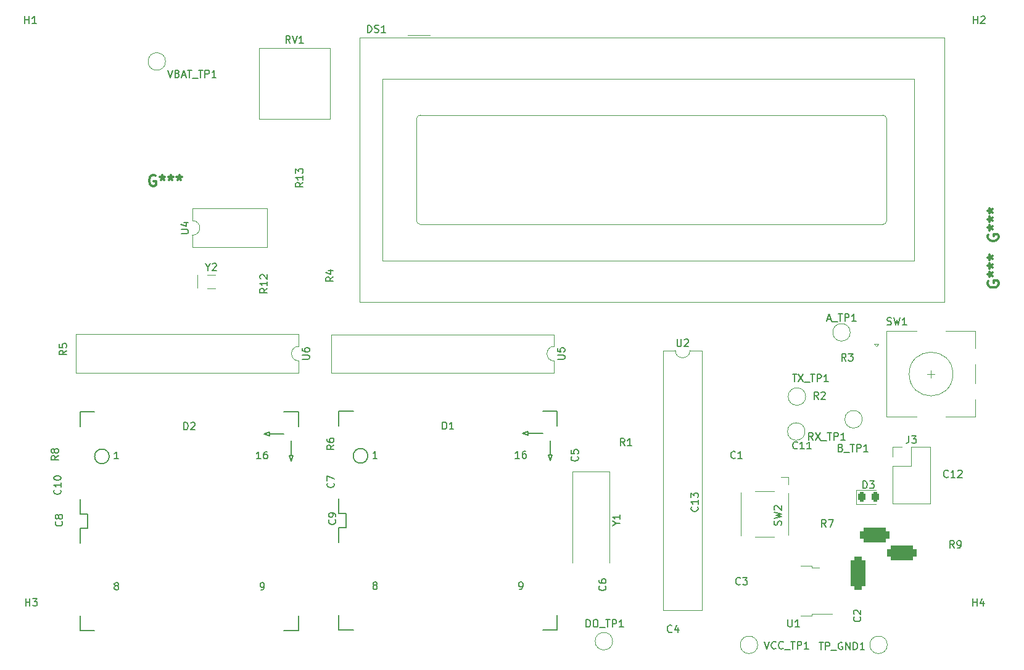
<source format=gbr>
%TF.GenerationSoftware,KiCad,Pcbnew,(6.0.5)*%
%TF.CreationDate,2022-07-22T15:47:57-04:00*%
%TF.ProjectId,Clock,436c6f63-6b2e-46b6-9963-61645f706362,rev?*%
%TF.SameCoordinates,PX4c4b400PY8a48640*%
%TF.FileFunction,Legend,Top*%
%TF.FilePolarity,Positive*%
%FSLAX46Y46*%
G04 Gerber Fmt 4.6, Leading zero omitted, Abs format (unit mm)*
G04 Created by KiCad (PCBNEW (6.0.5)) date 2022-07-22 15:47:57*
%MOMM*%
%LPD*%
G01*
G04 APERTURE LIST*
G04 Aperture macros list*
%AMRoundRect*
0 Rectangle with rounded corners*
0 $1 Rounding radius*
0 $2 $3 $4 $5 $6 $7 $8 $9 X,Y pos of 4 corners*
0 Add a 4 corners polygon primitive as box body*
4,1,4,$2,$3,$4,$5,$6,$7,$8,$9,$2,$3,0*
0 Add four circle primitives for the rounded corners*
1,1,$1+$1,$2,$3*
1,1,$1+$1,$4,$5*
1,1,$1+$1,$6,$7*
1,1,$1+$1,$8,$9*
0 Add four rect primitives between the rounded corners*
20,1,$1+$1,$2,$3,$4,$5,0*
20,1,$1+$1,$4,$5,$6,$7,0*
20,1,$1+$1,$6,$7,$8,$9,0*
20,1,$1+$1,$8,$9,$2,$3,0*%
G04 Aperture macros list end*
%ADD10C,0.150000*%
%ADD11C,0.300000*%
%ADD12C,0.120000*%
%ADD13C,3.200000*%
%ADD14C,1.524000*%
%ADD15R,1.600000X1.600000*%
%ADD16O,1.600000X1.600000*%
%ADD17R,1.150000X1.400000*%
%ADD18R,1.700000X1.700000*%
%ADD19O,1.700000X1.700000*%
%ADD20C,3.000000*%
%ADD21O,1.800000X2.600000*%
%ADD22R,1.800000X2.600000*%
%ADD23R,1.000000X1.800000*%
%ADD24R,1.400000X1.150000*%
%ADD25R,2.000000X2.000000*%
%ADD26C,2.000000*%
%ADD27R,2.200000X1.200000*%
%ADD28R,6.400000X5.800000*%
%ADD29R,2.000000X4.500000*%
%ADD30RoundRect,0.243750X-0.243750X-0.456250X0.243750X-0.456250X0.243750X0.456250X-0.243750X0.456250X0*%
%ADD31C,1.440000*%
%ADD32R,1.400000X1.600000*%
%ADD33RoundRect,0.500000X-0.500000X1.750000X-0.500000X-1.750000X0.500000X-1.750000X0.500000X1.750000X0*%
%ADD34RoundRect,0.500000X-1.500000X-0.500000X1.500000X-0.500000X1.500000X0.500000X-1.500000X0.500000X0*%
%ADD35R,3.000000X3.000000*%
G04 APERTURE END LIST*
D10*
%TO.C,H4*%
X134238095Y8747620D02*
X134238095Y9747620D01*
X134238095Y9271429D02*
X134809523Y9271429D01*
X134809523Y8747620D02*
X134809523Y9747620D01*
X135714285Y9414286D02*
X135714285Y8747620D01*
X135476190Y9795239D02*
X135238095Y9080953D01*
X135857142Y9080953D01*
%TO.C,H3*%
X4238095Y8747620D02*
X4238095Y9747620D01*
X4238095Y9271429D02*
X4809523Y9271429D01*
X4809523Y8747620D02*
X4809523Y9747620D01*
X5190476Y9747620D02*
X5809523Y9747620D01*
X5476190Y9366667D01*
X5619047Y9366667D01*
X5714285Y9319048D01*
X5761904Y9271429D01*
X5809523Y9176191D01*
X5809523Y8938096D01*
X5761904Y8842858D01*
X5714285Y8795239D01*
X5619047Y8747620D01*
X5333333Y8747620D01*
X5238095Y8795239D01*
X5190476Y8842858D01*
%TO.C,H2*%
X134338095Y88747620D02*
X134338095Y89747620D01*
X134338095Y89271429D02*
X134909523Y89271429D01*
X134909523Y88747620D02*
X134909523Y89747620D01*
X135338095Y89652381D02*
X135385714Y89700000D01*
X135480952Y89747620D01*
X135719047Y89747620D01*
X135814285Y89700000D01*
X135861904Y89652381D01*
X135909523Y89557143D01*
X135909523Y89461905D01*
X135861904Y89319048D01*
X135290476Y88747620D01*
X135909523Y88747620D01*
%TO.C,H1*%
X4138095Y88747620D02*
X4138095Y89747620D01*
X4138095Y89271429D02*
X4709523Y89271429D01*
X4709523Y88747620D02*
X4709523Y89747620D01*
X5709523Y88747620D02*
X5138095Y88747620D01*
X5423809Y88747620D02*
X5423809Y89747620D01*
X5328571Y89604762D01*
X5233333Y89509524D01*
X5138095Y89461905D01*
%TO.C,D1*%
X61461904Y33017620D02*
X61461904Y34017620D01*
X61700000Y34017620D01*
X61842857Y33970000D01*
X61938095Y33874762D01*
X61985714Y33779524D01*
X62033333Y33589048D01*
X62033333Y33446191D01*
X61985714Y33255715D01*
X61938095Y33160477D01*
X61842857Y33065239D01*
X61700000Y33017620D01*
X61461904Y33017620D01*
X62985714Y33017620D02*
X62414285Y33017620D01*
X62700000Y33017620D02*
X62700000Y34017620D01*
X62604761Y33874762D01*
X62509523Y33779524D01*
X62414285Y33731905D01*
X72009523Y29017620D02*
X71438095Y29017620D01*
X71723809Y29017620D02*
X71723809Y30017620D01*
X71628571Y29874762D01*
X71533333Y29779524D01*
X71438095Y29731905D01*
X72866666Y30017620D02*
X72676190Y30017620D01*
X72580952Y29970000D01*
X72533333Y29922381D01*
X72438095Y29779524D01*
X72390476Y29589048D01*
X72390476Y29208096D01*
X72438095Y29112858D01*
X72485714Y29065239D01*
X72580952Y29017620D01*
X72771428Y29017620D01*
X72866666Y29065239D01*
X72914285Y29112858D01*
X72961904Y29208096D01*
X72961904Y29446191D01*
X72914285Y29541429D01*
X72866666Y29589048D01*
X72771428Y29636667D01*
X72580952Y29636667D01*
X72485714Y29589048D01*
X72438095Y29541429D01*
X72390476Y29446191D01*
X72009523Y11017620D02*
X72200000Y11017620D01*
X72295238Y11065239D01*
X72342857Y11112858D01*
X72438095Y11255715D01*
X72485714Y11446191D01*
X72485714Y11827143D01*
X72438095Y11922381D01*
X72390476Y11970000D01*
X72295238Y12017620D01*
X72104761Y12017620D01*
X72009523Y11970000D01*
X71961904Y11922381D01*
X71914285Y11827143D01*
X71914285Y11589048D01*
X71961904Y11493810D01*
X72009523Y11446191D01*
X72104761Y11398572D01*
X72295238Y11398572D01*
X72390476Y11446191D01*
X72438095Y11493810D01*
X72485714Y11589048D01*
X52104761Y11589048D02*
X52009523Y11636667D01*
X51961904Y11684286D01*
X51914285Y11779524D01*
X51914285Y11827143D01*
X51961904Y11922381D01*
X52009523Y11970000D01*
X52104761Y12017620D01*
X52295238Y12017620D01*
X52390476Y11970000D01*
X52438095Y11922381D01*
X52485714Y11827143D01*
X52485714Y11779524D01*
X52438095Y11684286D01*
X52390476Y11636667D01*
X52295238Y11589048D01*
X52104761Y11589048D01*
X52009523Y11541429D01*
X51961904Y11493810D01*
X51914285Y11398572D01*
X51914285Y11208096D01*
X51961904Y11112858D01*
X52009523Y11065239D01*
X52104761Y11017620D01*
X52295238Y11017620D01*
X52390476Y11065239D01*
X52438095Y11112858D01*
X52485714Y11208096D01*
X52485714Y11398572D01*
X52438095Y11493810D01*
X52390476Y11541429D01*
X52295238Y11589048D01*
X52485714Y29017620D02*
X51914285Y29017620D01*
X52200000Y29017620D02*
X52200000Y30017620D01*
X52104761Y29874762D01*
X52009523Y29779524D01*
X51914285Y29731905D01*
%TO.C,U2*%
X93648095Y45377620D02*
X93648095Y44568096D01*
X93695714Y44472858D01*
X93743333Y44425239D01*
X93838571Y44377620D01*
X94029047Y44377620D01*
X94124285Y44425239D01*
X94171904Y44472858D01*
X94219523Y44568096D01*
X94219523Y45377620D01*
X94648095Y45282381D02*
X94695714Y45330000D01*
X94790952Y45377620D01*
X95029047Y45377620D01*
X95124285Y45330000D01*
X95171904Y45282381D01*
X95219523Y45187143D01*
X95219523Y45091905D01*
X95171904Y44949048D01*
X94600476Y44377620D01*
X95219523Y44377620D01*
%TO.C,R7*%
X114083333Y19597620D02*
X113750000Y20073810D01*
X113511904Y19597620D02*
X113511904Y20597620D01*
X113892857Y20597620D01*
X113988095Y20550000D01*
X114035714Y20502381D01*
X114083333Y20407143D01*
X114083333Y20264286D01*
X114035714Y20169048D01*
X113988095Y20121429D01*
X113892857Y20073810D01*
X113511904Y20073810D01*
X114416666Y20597620D02*
X115083333Y20597620D01*
X114654761Y19597620D01*
%TO.C,J3*%
X125461666Y32102620D02*
X125461666Y31388334D01*
X125414047Y31245477D01*
X125318809Y31150239D01*
X125175952Y31102620D01*
X125080714Y31102620D01*
X125842619Y32102620D02*
X126461666Y32102620D01*
X126128333Y31721667D01*
X126271190Y31721667D01*
X126366428Y31674048D01*
X126414047Y31626429D01*
X126461666Y31531191D01*
X126461666Y31293096D01*
X126414047Y31197858D01*
X126366428Y31150239D01*
X126271190Y31102620D01*
X125985476Y31102620D01*
X125890238Y31150239D01*
X125842619Y31197858D01*
%TO.C,DS1*%
X51165714Y87515120D02*
X51165714Y88515120D01*
X51403809Y88515120D01*
X51546666Y88467500D01*
X51641904Y88372262D01*
X51689523Y88277024D01*
X51737142Y88086548D01*
X51737142Y87943691D01*
X51689523Y87753215D01*
X51641904Y87657977D01*
X51546666Y87562739D01*
X51403809Y87515120D01*
X51165714Y87515120D01*
X52118095Y87562739D02*
X52260952Y87515120D01*
X52499047Y87515120D01*
X52594285Y87562739D01*
X52641904Y87610358D01*
X52689523Y87705596D01*
X52689523Y87800834D01*
X52641904Y87896072D01*
X52594285Y87943691D01*
X52499047Y87991310D01*
X52308571Y88038929D01*
X52213333Y88086548D01*
X52165714Y88134167D01*
X52118095Y88229405D01*
X52118095Y88324643D01*
X52165714Y88419881D01*
X52213333Y88467500D01*
X52308571Y88515120D01*
X52546666Y88515120D01*
X52689523Y88467500D01*
X53641904Y87515120D02*
X53070476Y87515120D01*
X53356190Y87515120D02*
X53356190Y88515120D01*
X53260952Y88372262D01*
X53165714Y88277024D01*
X53070476Y88229405D01*
%TO.C,D2*%
X25961904Y32947620D02*
X25961904Y33947620D01*
X26200000Y33947620D01*
X26342857Y33900000D01*
X26438095Y33804762D01*
X26485714Y33709524D01*
X26533333Y33519048D01*
X26533333Y33376191D01*
X26485714Y33185715D01*
X26438095Y33090477D01*
X26342857Y32995239D01*
X26200000Y32947620D01*
X25961904Y32947620D01*
X26914285Y33852381D02*
X26961904Y33900000D01*
X27057142Y33947620D01*
X27295238Y33947620D01*
X27390476Y33900000D01*
X27438095Y33852381D01*
X27485714Y33757143D01*
X27485714Y33661905D01*
X27438095Y33519048D01*
X26866666Y32947620D01*
X27485714Y32947620D01*
X36509523Y28947620D02*
X35938095Y28947620D01*
X36223809Y28947620D02*
X36223809Y29947620D01*
X36128571Y29804762D01*
X36033333Y29709524D01*
X35938095Y29661905D01*
X37366666Y29947620D02*
X37176190Y29947620D01*
X37080952Y29900000D01*
X37033333Y29852381D01*
X36938095Y29709524D01*
X36890476Y29519048D01*
X36890476Y29138096D01*
X36938095Y29042858D01*
X36985714Y28995239D01*
X37080952Y28947620D01*
X37271428Y28947620D01*
X37366666Y28995239D01*
X37414285Y29042858D01*
X37461904Y29138096D01*
X37461904Y29376191D01*
X37414285Y29471429D01*
X37366666Y29519048D01*
X37271428Y29566667D01*
X37080952Y29566667D01*
X36985714Y29519048D01*
X36938095Y29471429D01*
X36890476Y29376191D01*
X36509523Y10947620D02*
X36700000Y10947620D01*
X36795238Y10995239D01*
X36842857Y11042858D01*
X36938095Y11185715D01*
X36985714Y11376191D01*
X36985714Y11757143D01*
X36938095Y11852381D01*
X36890476Y11900000D01*
X36795238Y11947620D01*
X36604761Y11947620D01*
X36509523Y11900000D01*
X36461904Y11852381D01*
X36414285Y11757143D01*
X36414285Y11519048D01*
X36461904Y11423810D01*
X36509523Y11376191D01*
X36604761Y11328572D01*
X36795238Y11328572D01*
X36890476Y11376191D01*
X36938095Y11423810D01*
X36985714Y11519048D01*
X16604761Y11519048D02*
X16509523Y11566667D01*
X16461904Y11614286D01*
X16414285Y11709524D01*
X16414285Y11757143D01*
X16461904Y11852381D01*
X16509523Y11900000D01*
X16604761Y11947620D01*
X16795238Y11947620D01*
X16890476Y11900000D01*
X16938095Y11852381D01*
X16985714Y11757143D01*
X16985714Y11709524D01*
X16938095Y11614286D01*
X16890476Y11566667D01*
X16795238Y11519048D01*
X16604761Y11519048D01*
X16509523Y11471429D01*
X16461904Y11423810D01*
X16414285Y11328572D01*
X16414285Y11138096D01*
X16461904Y11042858D01*
X16509523Y10995239D01*
X16604761Y10947620D01*
X16795238Y10947620D01*
X16890476Y10995239D01*
X16938095Y11042858D01*
X16985714Y11138096D01*
X16985714Y11328572D01*
X16938095Y11423810D01*
X16890476Y11471429D01*
X16795238Y11519048D01*
X16985714Y28947620D02*
X16414285Y28947620D01*
X16700000Y28947620D02*
X16700000Y29947620D01*
X16604761Y29804762D01*
X16509523Y29709524D01*
X16414285Y29661905D01*
%TO.C,C11*%
X110157142Y30392858D02*
X110109523Y30345239D01*
X109966666Y30297620D01*
X109871428Y30297620D01*
X109728571Y30345239D01*
X109633333Y30440477D01*
X109585714Y30535715D01*
X109538095Y30726191D01*
X109538095Y30869048D01*
X109585714Y31059524D01*
X109633333Y31154762D01*
X109728571Y31250000D01*
X109871428Y31297620D01*
X109966666Y31297620D01*
X110109523Y31250000D01*
X110157142Y31202381D01*
X111109523Y30297620D02*
X110538095Y30297620D01*
X110823809Y30297620D02*
X110823809Y31297620D01*
X110728571Y31154762D01*
X110633333Y31059524D01*
X110538095Y31011905D01*
X112061904Y30297620D02*
X111490476Y30297620D01*
X111776190Y30297620D02*
X111776190Y31297620D01*
X111680952Y31154762D01*
X111585714Y31059524D01*
X111490476Y31011905D01*
%TO.C,Y2*%
X29241809Y55269810D02*
X29241809Y54793620D01*
X28908476Y55793620D02*
X29241809Y55269810D01*
X29575142Y55793620D01*
X29860857Y55698381D02*
X29908476Y55746000D01*
X30003714Y55793620D01*
X30241809Y55793620D01*
X30337047Y55746000D01*
X30384666Y55698381D01*
X30432285Y55603143D01*
X30432285Y55507905D01*
X30384666Y55365048D01*
X29813238Y54793620D01*
X30432285Y54793620D01*
%TO.C,R1*%
X86457333Y30754620D02*
X86124000Y31230810D01*
X85885904Y30754620D02*
X85885904Y31754620D01*
X86266857Y31754620D01*
X86362095Y31707000D01*
X86409714Y31659381D01*
X86457333Y31564143D01*
X86457333Y31421286D01*
X86409714Y31326048D01*
X86362095Y31278429D01*
X86266857Y31230810D01*
X85885904Y31230810D01*
X87409714Y30754620D02*
X86838285Y30754620D01*
X87124000Y30754620D02*
X87124000Y31754620D01*
X87028761Y31611762D01*
X86933523Y31516524D01*
X86838285Y31468905D01*
%TO.C,U5*%
X77235380Y42628096D02*
X78044904Y42628096D01*
X78140142Y42675715D01*
X78187761Y42723334D01*
X78235380Y42818572D01*
X78235380Y43009048D01*
X78187761Y43104286D01*
X78140142Y43151905D01*
X78044904Y43199524D01*
X77235380Y43199524D01*
X77235380Y44151905D02*
X77235380Y43675715D01*
X77711571Y43628096D01*
X77663952Y43675715D01*
X77616333Y43770953D01*
X77616333Y44009048D01*
X77663952Y44104286D01*
X77711571Y44151905D01*
X77806809Y44199524D01*
X78044904Y44199524D01*
X78140142Y44151905D01*
X78187761Y44104286D01*
X78235380Y44009048D01*
X78235380Y43770953D01*
X78187761Y43675715D01*
X78140142Y43628096D01*
%TO.C,C6*%
X83805142Y11483334D02*
X83852761Y11435715D01*
X83900380Y11292858D01*
X83900380Y11197620D01*
X83852761Y11054762D01*
X83757523Y10959524D01*
X83662285Y10911905D01*
X83471809Y10864286D01*
X83328952Y10864286D01*
X83138476Y10911905D01*
X83043238Y10959524D01*
X82948000Y11054762D01*
X82900380Y11197620D01*
X82900380Y11292858D01*
X82948000Y11435715D01*
X82995619Y11483334D01*
X82900380Y12340477D02*
X82900380Y12150000D01*
X82948000Y12054762D01*
X82995619Y12007143D01*
X83138476Y11911905D01*
X83328952Y11864286D01*
X83709904Y11864286D01*
X83805142Y11911905D01*
X83852761Y11959524D01*
X83900380Y12054762D01*
X83900380Y12245239D01*
X83852761Y12340477D01*
X83805142Y12388096D01*
X83709904Y12435715D01*
X83471809Y12435715D01*
X83376571Y12388096D01*
X83328952Y12340477D01*
X83281333Y12245239D01*
X83281333Y12054762D01*
X83328952Y11959524D01*
X83376571Y11911905D01*
X83471809Y11864286D01*
%TO.C,SW1*%
X122466666Y47395239D02*
X122609523Y47347620D01*
X122847619Y47347620D01*
X122942857Y47395239D01*
X122990476Y47442858D01*
X123038095Y47538096D01*
X123038095Y47633334D01*
X122990476Y47728572D01*
X122942857Y47776191D01*
X122847619Y47823810D01*
X122657142Y47871429D01*
X122561904Y47919048D01*
X122514285Y47966667D01*
X122466666Y48061905D01*
X122466666Y48157143D01*
X122514285Y48252381D01*
X122561904Y48300000D01*
X122657142Y48347620D01*
X122895238Y48347620D01*
X123038095Y48300000D01*
X123371428Y48347620D02*
X123609523Y47347620D01*
X123800000Y48061905D01*
X123990476Y47347620D01*
X124228571Y48347620D01*
X125133333Y47347620D02*
X124561904Y47347620D01*
X124847619Y47347620D02*
X124847619Y48347620D01*
X124752380Y48204762D01*
X124657142Y48109524D01*
X124561904Y48061905D01*
%TO.C,C13*%
X96457142Y22357143D02*
X96504761Y22309524D01*
X96552380Y22166667D01*
X96552380Y22071429D01*
X96504761Y21928572D01*
X96409523Y21833334D01*
X96314285Y21785715D01*
X96123809Y21738096D01*
X95980952Y21738096D01*
X95790476Y21785715D01*
X95695238Y21833334D01*
X95600000Y21928572D01*
X95552380Y22071429D01*
X95552380Y22166667D01*
X95600000Y22309524D01*
X95647619Y22357143D01*
X96552380Y23309524D02*
X96552380Y22738096D01*
X96552380Y23023810D02*
X95552380Y23023810D01*
X95695238Y22928572D01*
X95790476Y22833334D01*
X95838095Y22738096D01*
X95552380Y23642858D02*
X95552380Y24261905D01*
X95933333Y23928572D01*
X95933333Y24071429D01*
X95980952Y24166667D01*
X96028571Y24214286D01*
X96123809Y24261905D01*
X96361904Y24261905D01*
X96457142Y24214286D01*
X96504761Y24166667D01*
X96552380Y24071429D01*
X96552380Y23785715D01*
X96504761Y23690477D01*
X96457142Y23642858D01*
%TO.C,R6*%
X46557380Y30844334D02*
X46081190Y30511000D01*
X46557380Y30272905D02*
X45557380Y30272905D01*
X45557380Y30653858D01*
X45605000Y30749096D01*
X45652619Y30796715D01*
X45747857Y30844334D01*
X45890714Y30844334D01*
X45985952Y30796715D01*
X46033571Y30749096D01*
X46081190Y30653858D01*
X46081190Y30272905D01*
X45557380Y31701477D02*
X45557380Y31511000D01*
X45605000Y31415762D01*
X45652619Y31368143D01*
X45795476Y31272905D01*
X45985952Y31225286D01*
X46366904Y31225286D01*
X46462142Y31272905D01*
X46509761Y31320524D01*
X46557380Y31415762D01*
X46557380Y31606239D01*
X46509761Y31701477D01*
X46462142Y31749096D01*
X46366904Y31796715D01*
X46128809Y31796715D01*
X46033571Y31749096D01*
X45985952Y31701477D01*
X45938333Y31606239D01*
X45938333Y31415762D01*
X45985952Y31320524D01*
X46033571Y31272905D01*
X46128809Y31225286D01*
%TO.C,A_TP1*%
X114238809Y48152334D02*
X114715000Y48152334D01*
X114143571Y47866620D02*
X114476904Y48866620D01*
X114810238Y47866620D01*
X114905476Y47771381D02*
X115667380Y47771381D01*
X115762619Y48866620D02*
X116334047Y48866620D01*
X116048333Y47866620D02*
X116048333Y48866620D01*
X116667380Y47866620D02*
X116667380Y48866620D01*
X117048333Y48866620D01*
X117143571Y48819000D01*
X117191190Y48771381D01*
X117238809Y48676143D01*
X117238809Y48533286D01*
X117191190Y48438048D01*
X117143571Y48390429D01*
X117048333Y48342810D01*
X116667380Y48342810D01*
X118191190Y47866620D02*
X117619761Y47866620D01*
X117905476Y47866620D02*
X117905476Y48866620D01*
X117810238Y48723762D01*
X117715000Y48628524D01*
X117619761Y48580905D01*
%TO.C,C3*%
X102333333Y11742858D02*
X102285714Y11695239D01*
X102142857Y11647620D01*
X102047619Y11647620D01*
X101904761Y11695239D01*
X101809523Y11790477D01*
X101761904Y11885715D01*
X101714285Y12076191D01*
X101714285Y12219048D01*
X101761904Y12409524D01*
X101809523Y12504762D01*
X101904761Y12600000D01*
X102047619Y12647620D01*
X102142857Y12647620D01*
X102285714Y12600000D01*
X102333333Y12552381D01*
X102666666Y12647620D02*
X103285714Y12647620D01*
X102952380Y12266667D01*
X103095238Y12266667D01*
X103190476Y12219048D01*
X103238095Y12171429D01*
X103285714Y12076191D01*
X103285714Y11838096D01*
X103238095Y11742858D01*
X103190476Y11695239D01*
X103095238Y11647620D01*
X102809523Y11647620D01*
X102714285Y11695239D01*
X102666666Y11742858D01*
D11*
%TO.C,G\u002A\u002A\u002A*%
X22057428Y67862000D02*
X21912285Y67934572D01*
X21694571Y67934572D01*
X21476857Y67862000D01*
X21331714Y67716858D01*
X21259142Y67571715D01*
X21186571Y67281429D01*
X21186571Y67063715D01*
X21259142Y66773429D01*
X21331714Y66628286D01*
X21476857Y66483143D01*
X21694571Y66410572D01*
X21839714Y66410572D01*
X22057428Y66483143D01*
X22130000Y66555715D01*
X22130000Y67063715D01*
X21839714Y67063715D01*
X23000857Y67934572D02*
X23000857Y67571715D01*
X22638000Y67716858D02*
X23000857Y67571715D01*
X23363714Y67716858D01*
X22783142Y67281429D02*
X23000857Y67571715D01*
X23218571Y67281429D01*
X24162000Y67934572D02*
X24162000Y67571715D01*
X23799142Y67716858D02*
X24162000Y67571715D01*
X24524857Y67716858D01*
X23944285Y67281429D02*
X24162000Y67571715D01*
X24379714Y67281429D01*
X25323142Y67934572D02*
X25323142Y67571715D01*
X24960285Y67716858D02*
X25323142Y67571715D01*
X25686000Y67716858D01*
X25105428Y67281429D02*
X25323142Y67571715D01*
X25540857Y67281429D01*
D10*
%TO.C,U1*%
X108863095Y6872620D02*
X108863095Y6063096D01*
X108910714Y5967858D01*
X108958333Y5920239D01*
X109053571Y5872620D01*
X109244047Y5872620D01*
X109339285Y5920239D01*
X109386904Y5967858D01*
X109434523Y6063096D01*
X109434523Y6872620D01*
X110434523Y5872620D02*
X109863095Y5872620D01*
X110148809Y5872620D02*
X110148809Y6872620D01*
X110053571Y6729762D01*
X109958333Y6634524D01*
X109863095Y6586905D01*
%TO.C,C10*%
X9007142Y24707143D02*
X9054761Y24659524D01*
X9102380Y24516667D01*
X9102380Y24421429D01*
X9054761Y24278572D01*
X8959523Y24183334D01*
X8864285Y24135715D01*
X8673809Y24088096D01*
X8530952Y24088096D01*
X8340476Y24135715D01*
X8245238Y24183334D01*
X8150000Y24278572D01*
X8102380Y24421429D01*
X8102380Y24516667D01*
X8150000Y24659524D01*
X8197619Y24707143D01*
X9102380Y25659524D02*
X9102380Y25088096D01*
X9102380Y25373810D02*
X8102380Y25373810D01*
X8245238Y25278572D01*
X8340476Y25183334D01*
X8388095Y25088096D01*
X8102380Y26278572D02*
X8102380Y26373810D01*
X8150000Y26469048D01*
X8197619Y26516667D01*
X8292857Y26564286D01*
X8483333Y26611905D01*
X8721428Y26611905D01*
X8911904Y26564286D01*
X9007142Y26516667D01*
X9054761Y26469048D01*
X9102380Y26373810D01*
X9102380Y26278572D01*
X9054761Y26183334D01*
X9007142Y26135715D01*
X8911904Y26088096D01*
X8721428Y26040477D01*
X8483333Y26040477D01*
X8292857Y26088096D01*
X8197619Y26135715D01*
X8150000Y26183334D01*
X8102380Y26278572D01*
%TO.C,C4*%
X92934333Y5195858D02*
X92886714Y5148239D01*
X92743857Y5100620D01*
X92648619Y5100620D01*
X92505761Y5148239D01*
X92410523Y5243477D01*
X92362904Y5338715D01*
X92315285Y5529191D01*
X92315285Y5672048D01*
X92362904Y5862524D01*
X92410523Y5957762D01*
X92505761Y6053000D01*
X92648619Y6100620D01*
X92743857Y6100620D01*
X92886714Y6053000D01*
X92934333Y6005381D01*
X93791476Y5767286D02*
X93791476Y5100620D01*
X93553380Y6148239D02*
X93315285Y5433953D01*
X93934333Y5433953D01*
%TO.C,DO_TP1*%
X81176190Y5847620D02*
X81176190Y6847620D01*
X81414285Y6847620D01*
X81557142Y6800000D01*
X81652380Y6704762D01*
X81700000Y6609524D01*
X81747619Y6419048D01*
X81747619Y6276191D01*
X81700000Y6085715D01*
X81652380Y5990477D01*
X81557142Y5895239D01*
X81414285Y5847620D01*
X81176190Y5847620D01*
X82366666Y6847620D02*
X82557142Y6847620D01*
X82652380Y6800000D01*
X82747619Y6704762D01*
X82795238Y6514286D01*
X82795238Y6180953D01*
X82747619Y5990477D01*
X82652380Y5895239D01*
X82557142Y5847620D01*
X82366666Y5847620D01*
X82271428Y5895239D01*
X82176190Y5990477D01*
X82128571Y6180953D01*
X82128571Y6514286D01*
X82176190Y6704762D01*
X82271428Y6800000D01*
X82366666Y6847620D01*
X82985714Y5752381D02*
X83747619Y5752381D01*
X83842857Y6847620D02*
X84414285Y6847620D01*
X84128571Y5847620D02*
X84128571Y6847620D01*
X84747619Y5847620D02*
X84747619Y6847620D01*
X85128571Y6847620D01*
X85223809Y6800000D01*
X85271428Y6752381D01*
X85319047Y6657143D01*
X85319047Y6514286D01*
X85271428Y6419048D01*
X85223809Y6371429D01*
X85128571Y6323810D01*
X84747619Y6323810D01*
X86271428Y5847620D02*
X85700000Y5847620D01*
X85985714Y5847620D02*
X85985714Y6847620D01*
X85890476Y6704762D01*
X85795238Y6609524D01*
X85700000Y6561905D01*
%TO.C,C9*%
X46707142Y20583334D02*
X46754761Y20535715D01*
X46802380Y20392858D01*
X46802380Y20297620D01*
X46754761Y20154762D01*
X46659523Y20059524D01*
X46564285Y20011905D01*
X46373809Y19964286D01*
X46230952Y19964286D01*
X46040476Y20011905D01*
X45945238Y20059524D01*
X45850000Y20154762D01*
X45802380Y20297620D01*
X45802380Y20392858D01*
X45850000Y20535715D01*
X45897619Y20583334D01*
X46802380Y21059524D02*
X46802380Y21250000D01*
X46754761Y21345239D01*
X46707142Y21392858D01*
X46564285Y21488096D01*
X46373809Y21535715D01*
X45992857Y21535715D01*
X45897619Y21488096D01*
X45850000Y21440477D01*
X45802380Y21345239D01*
X45802380Y21154762D01*
X45850000Y21059524D01*
X45897619Y21011905D01*
X45992857Y20964286D01*
X46230952Y20964286D01*
X46326190Y21011905D01*
X46373809Y21059524D01*
X46421428Y21154762D01*
X46421428Y21345239D01*
X46373809Y21440477D01*
X46326190Y21488096D01*
X46230952Y21535715D01*
%TO.C,R2*%
X113033333Y37147620D02*
X112700000Y37623810D01*
X112461904Y37147620D02*
X112461904Y38147620D01*
X112842857Y38147620D01*
X112938095Y38100000D01*
X112985714Y38052381D01*
X113033333Y37957143D01*
X113033333Y37814286D01*
X112985714Y37719048D01*
X112938095Y37671429D01*
X112842857Y37623810D01*
X112461904Y37623810D01*
X113414285Y38052381D02*
X113461904Y38100000D01*
X113557142Y38147620D01*
X113795238Y38147620D01*
X113890476Y38100000D01*
X113938095Y38052381D01*
X113985714Y37957143D01*
X113985714Y37861905D01*
X113938095Y37719048D01*
X113366666Y37147620D01*
X113985714Y37147620D01*
%TO.C,Y1*%
X85324190Y20063810D02*
X85800380Y20063810D01*
X84800380Y19730477D02*
X85324190Y20063810D01*
X84800380Y20397143D01*
X85800380Y21254286D02*
X85800380Y20682858D01*
X85800380Y20968572D02*
X84800380Y20968572D01*
X84943238Y20873334D01*
X85038476Y20778096D01*
X85086095Y20682858D01*
%TO.C,D3*%
X119161904Y24897620D02*
X119161904Y25897620D01*
X119400000Y25897620D01*
X119542857Y25850000D01*
X119638095Y25754762D01*
X119685714Y25659524D01*
X119733333Y25469048D01*
X119733333Y25326191D01*
X119685714Y25135715D01*
X119638095Y25040477D01*
X119542857Y24945239D01*
X119400000Y24897620D01*
X119161904Y24897620D01*
X120066666Y25897620D02*
X120685714Y25897620D01*
X120352380Y25516667D01*
X120495238Y25516667D01*
X120590476Y25469048D01*
X120638095Y25421429D01*
X120685714Y25326191D01*
X120685714Y25088096D01*
X120638095Y24992858D01*
X120590476Y24945239D01*
X120495238Y24897620D01*
X120209523Y24897620D01*
X120114285Y24945239D01*
X120066666Y24992858D01*
%TO.C,TX_TP1*%
X109500000Y40547620D02*
X110071428Y40547620D01*
X109785714Y39547620D02*
X109785714Y40547620D01*
X110309523Y40547620D02*
X110976190Y39547620D01*
X110976190Y40547620D02*
X110309523Y39547620D01*
X111119047Y39452381D02*
X111880952Y39452381D01*
X111976190Y40547620D02*
X112547619Y40547620D01*
X112261904Y39547620D02*
X112261904Y40547620D01*
X112880952Y39547620D02*
X112880952Y40547620D01*
X113261904Y40547620D01*
X113357142Y40500000D01*
X113404761Y40452381D01*
X113452380Y40357143D01*
X113452380Y40214286D01*
X113404761Y40119048D01*
X113357142Y40071429D01*
X113261904Y40023810D01*
X112880952Y40023810D01*
X114404761Y39547620D02*
X113833333Y39547620D01*
X114119047Y39547620D02*
X114119047Y40547620D01*
X114023809Y40404762D01*
X113928571Y40309524D01*
X113833333Y40261905D01*
%TO.C,C7*%
X46507142Y25633334D02*
X46554761Y25585715D01*
X46602380Y25442858D01*
X46602380Y25347620D01*
X46554761Y25204762D01*
X46459523Y25109524D01*
X46364285Y25061905D01*
X46173809Y25014286D01*
X46030952Y25014286D01*
X45840476Y25061905D01*
X45745238Y25109524D01*
X45650000Y25204762D01*
X45602380Y25347620D01*
X45602380Y25442858D01*
X45650000Y25585715D01*
X45697619Y25633334D01*
X45602380Y25966667D02*
X45602380Y26633334D01*
X46602380Y26204762D01*
%TO.C,R4*%
X46452380Y53933334D02*
X45976190Y53600000D01*
X46452380Y53361905D02*
X45452380Y53361905D01*
X45452380Y53742858D01*
X45500000Y53838096D01*
X45547619Y53885715D01*
X45642857Y53933334D01*
X45785714Y53933334D01*
X45880952Y53885715D01*
X45928571Y53838096D01*
X45976190Y53742858D01*
X45976190Y53361905D01*
X45785714Y54790477D02*
X46452380Y54790477D01*
X45404761Y54552381D02*
X46119047Y54314286D01*
X46119047Y54933334D01*
%TO.C,VCC_TP1*%
X105628571Y3847620D02*
X105961904Y2847620D01*
X106295238Y3847620D01*
X107200000Y2942858D02*
X107152380Y2895239D01*
X107009523Y2847620D01*
X106914285Y2847620D01*
X106771428Y2895239D01*
X106676190Y2990477D01*
X106628571Y3085715D01*
X106580952Y3276191D01*
X106580952Y3419048D01*
X106628571Y3609524D01*
X106676190Y3704762D01*
X106771428Y3800000D01*
X106914285Y3847620D01*
X107009523Y3847620D01*
X107152380Y3800000D01*
X107200000Y3752381D01*
X108200000Y2942858D02*
X108152380Y2895239D01*
X108009523Y2847620D01*
X107914285Y2847620D01*
X107771428Y2895239D01*
X107676190Y2990477D01*
X107628571Y3085715D01*
X107580952Y3276191D01*
X107580952Y3419048D01*
X107628571Y3609524D01*
X107676190Y3704762D01*
X107771428Y3800000D01*
X107914285Y3847620D01*
X108009523Y3847620D01*
X108152380Y3800000D01*
X108200000Y3752381D01*
X108390476Y2752381D02*
X109152380Y2752381D01*
X109247619Y3847620D02*
X109819047Y3847620D01*
X109533333Y2847620D02*
X109533333Y3847620D01*
X110152380Y2847620D02*
X110152380Y3847620D01*
X110533333Y3847620D01*
X110628571Y3800000D01*
X110676190Y3752381D01*
X110723809Y3657143D01*
X110723809Y3514286D01*
X110676190Y3419048D01*
X110628571Y3371429D01*
X110533333Y3323810D01*
X110152380Y3323810D01*
X111676190Y2847620D02*
X111104761Y2847620D01*
X111390476Y2847620D02*
X111390476Y3847620D01*
X111295238Y3704762D01*
X111200000Y3609524D01*
X111104761Y3561905D01*
%TO.C,C5*%
X79997142Y29263334D02*
X80044761Y29215715D01*
X80092380Y29072858D01*
X80092380Y28977620D01*
X80044761Y28834762D01*
X79949523Y28739524D01*
X79854285Y28691905D01*
X79663809Y28644286D01*
X79520952Y28644286D01*
X79330476Y28691905D01*
X79235238Y28739524D01*
X79140000Y28834762D01*
X79092380Y28977620D01*
X79092380Y29072858D01*
X79140000Y29215715D01*
X79187619Y29263334D01*
X79092380Y30168096D02*
X79092380Y29691905D01*
X79568571Y29644286D01*
X79520952Y29691905D01*
X79473333Y29787143D01*
X79473333Y30025239D01*
X79520952Y30120477D01*
X79568571Y30168096D01*
X79663809Y30215715D01*
X79901904Y30215715D01*
X79997142Y30168096D01*
X80044761Y30120477D01*
X80092380Y30025239D01*
X80092380Y29787143D01*
X80044761Y29691905D01*
X79997142Y29644286D01*
%TO.C,U6*%
X42178380Y42638096D02*
X42987904Y42638096D01*
X43083142Y42685715D01*
X43130761Y42733334D01*
X43178380Y42828572D01*
X43178380Y43019048D01*
X43130761Y43114286D01*
X43083142Y43161905D01*
X42987904Y43209524D01*
X42178380Y43209524D01*
X42178380Y44114286D02*
X42178380Y43923810D01*
X42226000Y43828572D01*
X42273619Y43780953D01*
X42416476Y43685715D01*
X42606952Y43638096D01*
X42987904Y43638096D01*
X43083142Y43685715D01*
X43130761Y43733334D01*
X43178380Y43828572D01*
X43178380Y44019048D01*
X43130761Y44114286D01*
X43083142Y44161905D01*
X42987904Y44209524D01*
X42749809Y44209524D01*
X42654571Y44161905D01*
X42606952Y44114286D01*
X42559333Y44019048D01*
X42559333Y43828572D01*
X42606952Y43733334D01*
X42654571Y43685715D01*
X42749809Y43638096D01*
%TO.C,R12*%
X37402380Y52357143D02*
X36926190Y52023810D01*
X37402380Y51785715D02*
X36402380Y51785715D01*
X36402380Y52166667D01*
X36450000Y52261905D01*
X36497619Y52309524D01*
X36592857Y52357143D01*
X36735714Y52357143D01*
X36830952Y52309524D01*
X36878571Y52261905D01*
X36926190Y52166667D01*
X36926190Y51785715D01*
X37402380Y53309524D02*
X37402380Y52738096D01*
X37402380Y53023810D02*
X36402380Y53023810D01*
X36545238Y52928572D01*
X36640476Y52833334D01*
X36688095Y52738096D01*
X36497619Y53690477D02*
X36450000Y53738096D01*
X36402380Y53833334D01*
X36402380Y54071429D01*
X36450000Y54166667D01*
X36497619Y54214286D01*
X36592857Y54261905D01*
X36688095Y54261905D01*
X36830952Y54214286D01*
X37402380Y53642858D01*
X37402380Y54261905D01*
%TO.C,RX_TP1*%
X112295238Y31547620D02*
X111961904Y32023810D01*
X111723809Y31547620D02*
X111723809Y32547620D01*
X112104761Y32547620D01*
X112200000Y32500000D01*
X112247619Y32452381D01*
X112295238Y32357143D01*
X112295238Y32214286D01*
X112247619Y32119048D01*
X112200000Y32071429D01*
X112104761Y32023810D01*
X111723809Y32023810D01*
X112628571Y32547620D02*
X113295238Y31547620D01*
X113295238Y32547620D02*
X112628571Y31547620D01*
X113438095Y31452381D02*
X114200000Y31452381D01*
X114295238Y32547620D02*
X114866666Y32547620D01*
X114580952Y31547620D02*
X114580952Y32547620D01*
X115200000Y31547620D02*
X115200000Y32547620D01*
X115580952Y32547620D01*
X115676190Y32500000D01*
X115723809Y32452381D01*
X115771428Y32357143D01*
X115771428Y32214286D01*
X115723809Y32119048D01*
X115676190Y32071429D01*
X115580952Y32023810D01*
X115200000Y32023810D01*
X116723809Y31547620D02*
X116152380Y31547620D01*
X116438095Y31547620D02*
X116438095Y32547620D01*
X116342857Y32404762D01*
X116247619Y32309524D01*
X116152380Y32261905D01*
%TO.C,B_TP1*%
X116133333Y30471429D02*
X116276190Y30423810D01*
X116323809Y30376191D01*
X116371428Y30280953D01*
X116371428Y30138096D01*
X116323809Y30042858D01*
X116276190Y29995239D01*
X116180952Y29947620D01*
X115800000Y29947620D01*
X115800000Y30947620D01*
X116133333Y30947620D01*
X116228571Y30900000D01*
X116276190Y30852381D01*
X116323809Y30757143D01*
X116323809Y30661905D01*
X116276190Y30566667D01*
X116228571Y30519048D01*
X116133333Y30471429D01*
X115800000Y30471429D01*
X116561904Y29852381D02*
X117323809Y29852381D01*
X117419047Y30947620D02*
X117990476Y30947620D01*
X117704761Y29947620D02*
X117704761Y30947620D01*
X118323809Y29947620D02*
X118323809Y30947620D01*
X118704761Y30947620D01*
X118800000Y30900000D01*
X118847619Y30852381D01*
X118895238Y30757143D01*
X118895238Y30614286D01*
X118847619Y30519048D01*
X118800000Y30471429D01*
X118704761Y30423810D01*
X118323809Y30423810D01*
X119847619Y29947620D02*
X119276190Y29947620D01*
X119561904Y29947620D02*
X119561904Y30947620D01*
X119466666Y30804762D01*
X119371428Y30709524D01*
X119276190Y30661905D01*
%TO.C,R9*%
X131683333Y16697620D02*
X131350000Y17173810D01*
X131111904Y16697620D02*
X131111904Y17697620D01*
X131492857Y17697620D01*
X131588095Y17650000D01*
X131635714Y17602381D01*
X131683333Y17507143D01*
X131683333Y17364286D01*
X131635714Y17269048D01*
X131588095Y17221429D01*
X131492857Y17173810D01*
X131111904Y17173810D01*
X132159523Y16697620D02*
X132350000Y16697620D01*
X132445238Y16745239D01*
X132492857Y16792858D01*
X132588095Y16935715D01*
X132635714Y17126191D01*
X132635714Y17507143D01*
X132588095Y17602381D01*
X132540476Y17650000D01*
X132445238Y17697620D01*
X132254761Y17697620D01*
X132159523Y17650000D01*
X132111904Y17602381D01*
X132064285Y17507143D01*
X132064285Y17269048D01*
X132111904Y17173810D01*
X132159523Y17126191D01*
X132254761Y17078572D01*
X132445238Y17078572D01*
X132540476Y17126191D01*
X132588095Y17173810D01*
X132635714Y17269048D01*
%TO.C,R5*%
X9852380Y43833334D02*
X9376190Y43500000D01*
X9852380Y43261905D02*
X8852380Y43261905D01*
X8852380Y43642858D01*
X8900000Y43738096D01*
X8947619Y43785715D01*
X9042857Y43833334D01*
X9185714Y43833334D01*
X9280952Y43785715D01*
X9328571Y43738096D01*
X9376190Y43642858D01*
X9376190Y43261905D01*
X8852380Y44738096D02*
X8852380Y44261905D01*
X9328571Y44214286D01*
X9280952Y44261905D01*
X9233333Y44357143D01*
X9233333Y44595239D01*
X9280952Y44690477D01*
X9328571Y44738096D01*
X9423809Y44785715D01*
X9661904Y44785715D01*
X9757142Y44738096D01*
X9804761Y44690477D01*
X9852380Y44595239D01*
X9852380Y44357143D01*
X9804761Y44261905D01*
X9757142Y44214286D01*
%TO.C,R3*%
X116833333Y42397620D02*
X116500000Y42873810D01*
X116261904Y42397620D02*
X116261904Y43397620D01*
X116642857Y43397620D01*
X116738095Y43350000D01*
X116785714Y43302381D01*
X116833333Y43207143D01*
X116833333Y43064286D01*
X116785714Y42969048D01*
X116738095Y42921429D01*
X116642857Y42873810D01*
X116261904Y42873810D01*
X117166666Y43397620D02*
X117785714Y43397620D01*
X117452380Y43016667D01*
X117595238Y43016667D01*
X117690476Y42969048D01*
X117738095Y42921429D01*
X117785714Y42826191D01*
X117785714Y42588096D01*
X117738095Y42492858D01*
X117690476Y42445239D01*
X117595238Y42397620D01*
X117309523Y42397620D01*
X117214285Y42445239D01*
X117166666Y42492858D01*
%TO.C,U4*%
X25580380Y59910096D02*
X26389904Y59910096D01*
X26485142Y59957715D01*
X26532761Y60005334D01*
X26580380Y60100572D01*
X26580380Y60291048D01*
X26532761Y60386286D01*
X26485142Y60433905D01*
X26389904Y60481524D01*
X25580380Y60481524D01*
X25913714Y61386286D02*
X26580380Y61386286D01*
X25532761Y61148191D02*
X26247047Y60910096D01*
X26247047Y61529143D01*
%TO.C,C12*%
X130857142Y26492858D02*
X130809523Y26445239D01*
X130666666Y26397620D01*
X130571428Y26397620D01*
X130428571Y26445239D01*
X130333333Y26540477D01*
X130285714Y26635715D01*
X130238095Y26826191D01*
X130238095Y26969048D01*
X130285714Y27159524D01*
X130333333Y27254762D01*
X130428571Y27350000D01*
X130571428Y27397620D01*
X130666666Y27397620D01*
X130809523Y27350000D01*
X130857142Y27302381D01*
X131809523Y26397620D02*
X131238095Y26397620D01*
X131523809Y26397620D02*
X131523809Y27397620D01*
X131428571Y27254762D01*
X131333333Y27159524D01*
X131238095Y27111905D01*
X132190476Y27302381D02*
X132238095Y27350000D01*
X132333333Y27397620D01*
X132571428Y27397620D01*
X132666666Y27350000D01*
X132714285Y27302381D01*
X132761904Y27207143D01*
X132761904Y27111905D01*
X132714285Y26969048D01*
X132142857Y26397620D01*
X132761904Y26397620D01*
%TO.C,RV1*%
X40547761Y86046620D02*
X40214428Y86522810D01*
X39976333Y86046620D02*
X39976333Y87046620D01*
X40357285Y87046620D01*
X40452523Y86999000D01*
X40500142Y86951381D01*
X40547761Y86856143D01*
X40547761Y86713286D01*
X40500142Y86618048D01*
X40452523Y86570429D01*
X40357285Y86522810D01*
X39976333Y86522810D01*
X40833476Y87046620D02*
X41166809Y86046620D01*
X41500142Y87046620D01*
X42357285Y86046620D02*
X41785857Y86046620D01*
X42071571Y86046620D02*
X42071571Y87046620D01*
X41976333Y86903762D01*
X41881095Y86808524D01*
X41785857Y86760905D01*
%TO.C,VBAT_TP1*%
X23719047Y82347620D02*
X24052380Y81347620D01*
X24385714Y82347620D01*
X25052380Y81871429D02*
X25195238Y81823810D01*
X25242857Y81776191D01*
X25290476Y81680953D01*
X25290476Y81538096D01*
X25242857Y81442858D01*
X25195238Y81395239D01*
X25100000Y81347620D01*
X24719047Y81347620D01*
X24719047Y82347620D01*
X25052380Y82347620D01*
X25147619Y82300000D01*
X25195238Y82252381D01*
X25242857Y82157143D01*
X25242857Y82061905D01*
X25195238Y81966667D01*
X25147619Y81919048D01*
X25052380Y81871429D01*
X24719047Y81871429D01*
X25671428Y81633334D02*
X26147619Y81633334D01*
X25576190Y81347620D02*
X25909523Y82347620D01*
X26242857Y81347620D01*
X26433333Y82347620D02*
X27004761Y82347620D01*
X26719047Y81347620D02*
X26719047Y82347620D01*
X27100000Y81252381D02*
X27861904Y81252381D01*
X27957142Y82347620D02*
X28528571Y82347620D01*
X28242857Y81347620D02*
X28242857Y82347620D01*
X28861904Y81347620D02*
X28861904Y82347620D01*
X29242857Y82347620D01*
X29338095Y82300000D01*
X29385714Y82252381D01*
X29433333Y82157143D01*
X29433333Y82014286D01*
X29385714Y81919048D01*
X29338095Y81871429D01*
X29242857Y81823810D01*
X28861904Y81823810D01*
X30385714Y81347620D02*
X29814285Y81347620D01*
X30100000Y81347620D02*
X30100000Y82347620D01*
X30004761Y82204762D01*
X29909523Y82109524D01*
X29814285Y82061905D01*
%TO.C,TP_GND1*%
X113133333Y3747620D02*
X113704761Y3747620D01*
X113419047Y2747620D02*
X113419047Y3747620D01*
X114038095Y2747620D02*
X114038095Y3747620D01*
X114419047Y3747620D01*
X114514285Y3700000D01*
X114561904Y3652381D01*
X114609523Y3557143D01*
X114609523Y3414286D01*
X114561904Y3319048D01*
X114514285Y3271429D01*
X114419047Y3223810D01*
X114038095Y3223810D01*
X114800000Y2652381D02*
X115561904Y2652381D01*
X116323809Y3700000D02*
X116228571Y3747620D01*
X116085714Y3747620D01*
X115942857Y3700000D01*
X115847619Y3604762D01*
X115800000Y3509524D01*
X115752380Y3319048D01*
X115752380Y3176191D01*
X115800000Y2985715D01*
X115847619Y2890477D01*
X115942857Y2795239D01*
X116085714Y2747620D01*
X116180952Y2747620D01*
X116323809Y2795239D01*
X116371428Y2842858D01*
X116371428Y3176191D01*
X116180952Y3176191D01*
X116800000Y2747620D02*
X116800000Y3747620D01*
X117371428Y2747620D01*
X117371428Y3747620D01*
X117847619Y2747620D02*
X117847619Y3747620D01*
X118085714Y3747620D01*
X118228571Y3700000D01*
X118323809Y3604762D01*
X118371428Y3509524D01*
X118419047Y3319048D01*
X118419047Y3176191D01*
X118371428Y2985715D01*
X118323809Y2890477D01*
X118228571Y2795239D01*
X118085714Y2747620D01*
X117847619Y2747620D01*
X119371428Y2747620D02*
X118800000Y2747620D01*
X119085714Y2747620D02*
X119085714Y3747620D01*
X118990476Y3604762D01*
X118895238Y3509524D01*
X118800000Y3461905D01*
%TO.C,C2*%
X118757142Y7233334D02*
X118804761Y7185715D01*
X118852380Y7042858D01*
X118852380Y6947620D01*
X118804761Y6804762D01*
X118709523Y6709524D01*
X118614285Y6661905D01*
X118423809Y6614286D01*
X118280952Y6614286D01*
X118090476Y6661905D01*
X117995238Y6709524D01*
X117900000Y6804762D01*
X117852380Y6947620D01*
X117852380Y7042858D01*
X117900000Y7185715D01*
X117947619Y7233334D01*
X117947619Y7614286D02*
X117900000Y7661905D01*
X117852380Y7757143D01*
X117852380Y7995239D01*
X117900000Y8090477D01*
X117947619Y8138096D01*
X118042857Y8185715D01*
X118138095Y8185715D01*
X118280952Y8138096D01*
X118852380Y7566667D01*
X118852380Y8185715D01*
%TO.C,R8*%
X8749380Y29383334D02*
X8273190Y29050000D01*
X8749380Y28811905D02*
X7749380Y28811905D01*
X7749380Y29192858D01*
X7797000Y29288096D01*
X7844619Y29335715D01*
X7939857Y29383334D01*
X8082714Y29383334D01*
X8177952Y29335715D01*
X8225571Y29288096D01*
X8273190Y29192858D01*
X8273190Y28811905D01*
X8177952Y29954762D02*
X8130333Y29859524D01*
X8082714Y29811905D01*
X7987476Y29764286D01*
X7939857Y29764286D01*
X7844619Y29811905D01*
X7797000Y29859524D01*
X7749380Y29954762D01*
X7749380Y30145239D01*
X7797000Y30240477D01*
X7844619Y30288096D01*
X7939857Y30335715D01*
X7987476Y30335715D01*
X8082714Y30288096D01*
X8130333Y30240477D01*
X8177952Y30145239D01*
X8177952Y29954762D01*
X8225571Y29859524D01*
X8273190Y29811905D01*
X8368428Y29764286D01*
X8558904Y29764286D01*
X8654142Y29811905D01*
X8701761Y29859524D01*
X8749380Y29954762D01*
X8749380Y30145239D01*
X8701761Y30240477D01*
X8654142Y30288096D01*
X8558904Y30335715D01*
X8368428Y30335715D01*
X8273190Y30288096D01*
X8225571Y30240477D01*
X8177952Y30145239D01*
%TO.C,SW2*%
X107911761Y19841667D02*
X107959380Y19984524D01*
X107959380Y20222620D01*
X107911761Y20317858D01*
X107864142Y20365477D01*
X107768904Y20413096D01*
X107673666Y20413096D01*
X107578428Y20365477D01*
X107530809Y20317858D01*
X107483190Y20222620D01*
X107435571Y20032143D01*
X107387952Y19936905D01*
X107340333Y19889286D01*
X107245095Y19841667D01*
X107149857Y19841667D01*
X107054619Y19889286D01*
X107007000Y19936905D01*
X106959380Y20032143D01*
X106959380Y20270239D01*
X107007000Y20413096D01*
X106959380Y20746429D02*
X107959380Y20984524D01*
X107245095Y21175000D01*
X107959380Y21365477D01*
X106959380Y21603572D01*
X107054619Y21936905D02*
X107007000Y21984524D01*
X106959380Y22079762D01*
X106959380Y22317858D01*
X107007000Y22413096D01*
X107054619Y22460715D01*
X107149857Y22508334D01*
X107245095Y22508334D01*
X107387952Y22460715D01*
X107959380Y21889286D01*
X107959380Y22508334D01*
%TO.C,C1*%
X101633333Y29092858D02*
X101585714Y29045239D01*
X101442857Y28997620D01*
X101347619Y28997620D01*
X101204761Y29045239D01*
X101109523Y29140477D01*
X101061904Y29235715D01*
X101014285Y29426191D01*
X101014285Y29569048D01*
X101061904Y29759524D01*
X101109523Y29854762D01*
X101204761Y29950000D01*
X101347619Y29997620D01*
X101442857Y29997620D01*
X101585714Y29950000D01*
X101633333Y29902381D01*
X102585714Y28997620D02*
X102014285Y28997620D01*
X102300000Y28997620D02*
X102300000Y29997620D01*
X102204761Y29854762D01*
X102109523Y29759524D01*
X102014285Y29711905D01*
D11*
%TO.C,G\u002A\u002A\u002A*%
X136338000Y53357429D02*
X136265428Y53212286D01*
X136265428Y52994572D01*
X136338000Y52776858D01*
X136483142Y52631715D01*
X136628285Y52559143D01*
X136918571Y52486572D01*
X137136285Y52486572D01*
X137426571Y52559143D01*
X137571714Y52631715D01*
X137716857Y52776858D01*
X137789428Y52994572D01*
X137789428Y53139715D01*
X137716857Y53357429D01*
X137644285Y53430000D01*
X137136285Y53430000D01*
X137136285Y53139715D01*
X136265428Y54300858D02*
X136628285Y54300858D01*
X136483142Y53938000D02*
X136628285Y54300858D01*
X136483142Y54663715D01*
X136918571Y54083143D02*
X136628285Y54300858D01*
X136918571Y54518572D01*
X136265428Y55462000D02*
X136628285Y55462000D01*
X136483142Y55099143D02*
X136628285Y55462000D01*
X136483142Y55824858D01*
X136918571Y55244286D02*
X136628285Y55462000D01*
X136918571Y55679715D01*
X136265428Y56623143D02*
X136628285Y56623143D01*
X136483142Y56260286D02*
X136628285Y56623143D01*
X136483142Y56986000D01*
X136918571Y56405429D02*
X136628285Y56623143D01*
X136918571Y56840858D01*
D10*
%TO.C,C8*%
X9207142Y20333334D02*
X9254761Y20285715D01*
X9302380Y20142858D01*
X9302380Y20047620D01*
X9254761Y19904762D01*
X9159523Y19809524D01*
X9064285Y19761905D01*
X8873809Y19714286D01*
X8730952Y19714286D01*
X8540476Y19761905D01*
X8445238Y19809524D01*
X8350000Y19904762D01*
X8302380Y20047620D01*
X8302380Y20142858D01*
X8350000Y20285715D01*
X8397619Y20333334D01*
X8730952Y20904762D02*
X8683333Y20809524D01*
X8635714Y20761905D01*
X8540476Y20714286D01*
X8492857Y20714286D01*
X8397619Y20761905D01*
X8350000Y20809524D01*
X8302380Y20904762D01*
X8302380Y21095239D01*
X8350000Y21190477D01*
X8397619Y21238096D01*
X8492857Y21285715D01*
X8540476Y21285715D01*
X8635714Y21238096D01*
X8683333Y21190477D01*
X8730952Y21095239D01*
X8730952Y20904762D01*
X8778571Y20809524D01*
X8826190Y20761905D01*
X8921428Y20714286D01*
X9111904Y20714286D01*
X9207142Y20761905D01*
X9254761Y20809524D01*
X9302380Y20904762D01*
X9302380Y21095239D01*
X9254761Y21190477D01*
X9207142Y21238096D01*
X9111904Y21285715D01*
X8921428Y21285715D01*
X8826190Y21238096D01*
X8778571Y21190477D01*
X8730952Y21095239D01*
D11*
%TO.C,G\u002A\u002A\u002A*%
X136338000Y59757429D02*
X136265428Y59612286D01*
X136265428Y59394572D01*
X136338000Y59176858D01*
X136483142Y59031715D01*
X136628285Y58959143D01*
X136918571Y58886572D01*
X137136285Y58886572D01*
X137426571Y58959143D01*
X137571714Y59031715D01*
X137716857Y59176858D01*
X137789428Y59394572D01*
X137789428Y59539715D01*
X137716857Y59757429D01*
X137644285Y59830000D01*
X137136285Y59830000D01*
X137136285Y59539715D01*
X136265428Y60700858D02*
X136628285Y60700858D01*
X136483142Y60338000D02*
X136628285Y60700858D01*
X136483142Y61063715D01*
X136918571Y60483143D02*
X136628285Y60700858D01*
X136918571Y60918572D01*
X136265428Y61862000D02*
X136628285Y61862000D01*
X136483142Y61499143D02*
X136628285Y61862000D01*
X136483142Y62224858D01*
X136918571Y61644286D02*
X136628285Y61862000D01*
X136918571Y62079715D01*
X136265428Y63023143D02*
X136628285Y63023143D01*
X136483142Y62660286D02*
X136628285Y63023143D01*
X136483142Y63386000D01*
X136918571Y62805429D02*
X136628285Y63023143D01*
X136918571Y63240858D01*
D10*
%TO.C,R13*%
X42302380Y66907143D02*
X41826190Y66573810D01*
X42302380Y66335715D02*
X41302380Y66335715D01*
X41302380Y66716667D01*
X41350000Y66811905D01*
X41397619Y66859524D01*
X41492857Y66907143D01*
X41635714Y66907143D01*
X41730952Y66859524D01*
X41778571Y66811905D01*
X41826190Y66716667D01*
X41826190Y66335715D01*
X42302380Y67859524D02*
X42302380Y67288096D01*
X42302380Y67573810D02*
X41302380Y67573810D01*
X41445238Y67478572D01*
X41540476Y67383334D01*
X41588095Y67288096D01*
X41302380Y68192858D02*
X41302380Y68811905D01*
X41683333Y68478572D01*
X41683333Y68621429D01*
X41730952Y68716667D01*
X41778571Y68764286D01*
X41873809Y68811905D01*
X42111904Y68811905D01*
X42207142Y68764286D01*
X42254761Y68716667D01*
X42302380Y68621429D01*
X42302380Y68335715D01*
X42254761Y68240477D01*
X42207142Y68192858D01*
%TO.C,D1*%
X48200000Y19470000D02*
X47200000Y19470000D01*
X48200000Y21470000D02*
X48200000Y19470000D01*
X47200000Y21470000D02*
X48200000Y21470000D01*
X51200000Y29360000D02*
G75*
G03*
X51200000Y29360000I-1000000J0D01*
G01*
X75200000Y32470000D02*
X73200000Y32470000D01*
X76200000Y31470000D02*
X76200000Y29470000D01*
X72450000Y32470000D02*
X73200000Y32220000D01*
X73200000Y32720000D02*
X72450000Y32470000D01*
X73200000Y32220000D02*
X73200000Y32720000D01*
X76200000Y28720000D02*
X75950000Y29470000D01*
X76450000Y29470000D02*
X76200000Y28720000D01*
X75950000Y29470000D02*
X76450000Y29470000D01*
X47200000Y33470000D02*
X47200000Y35470000D01*
X47200000Y35470000D02*
X49200000Y35470000D01*
X75200000Y35470000D02*
X77200000Y35470000D01*
X77200000Y35470000D02*
X77200000Y33470000D01*
X49200000Y5470000D02*
X47200000Y5470000D01*
X47200000Y5470000D02*
X47200000Y7470000D01*
X77200000Y7470000D02*
X77200000Y5470000D01*
X77200000Y5470000D02*
X75200000Y5470000D01*
X47200000Y21470000D02*
X47200000Y23470000D01*
X47200000Y19470000D02*
X47200000Y17470000D01*
D12*
%TO.C,U2*%
X97060000Y43830000D02*
X95410000Y43830000D01*
X97060000Y8150000D02*
X97060000Y43830000D01*
X91760000Y8150000D02*
X97060000Y8150000D01*
X91760000Y43830000D02*
X91760000Y8150000D01*
X93410000Y43830000D02*
X91760000Y43830000D01*
X93410000Y43830000D02*
G75*
G03*
X95410000Y43830000I1000000J0D01*
G01*
%TO.C,J3*%
X123195000Y30555000D02*
X124525000Y30555000D01*
X123195000Y29225000D02*
X123195000Y30555000D01*
X125795000Y30555000D02*
X128395000Y30555000D01*
X125795000Y27955000D02*
X125795000Y30555000D01*
X123195000Y27955000D02*
X125795000Y27955000D01*
X128395000Y30555000D02*
X128395000Y22815000D01*
X123195000Y27955000D02*
X123195000Y22815000D01*
X123195000Y22815000D02*
X128395000Y22815000D01*
%TO.C,DS1*%
X50060000Y50517500D02*
X130340000Y50517500D01*
X130340000Y50517500D02*
X130340000Y86797500D01*
X130340000Y86797500D02*
X50860000Y86797500D01*
X50060000Y86797500D02*
X50060000Y50517500D01*
X50070000Y86797500D02*
X50860000Y86797500D01*
X56700000Y87157500D02*
X59700000Y87157500D01*
X58400000Y76157500D02*
X121900000Y76157500D01*
X57900280Y61658180D02*
X57900280Y75657500D01*
X121900660Y61157500D02*
X58400000Y61157500D01*
X122400000Y75657500D02*
X122400000Y61657500D01*
X53200000Y81157500D02*
X126200000Y81157500D01*
X126200000Y81157500D02*
X126200000Y56157500D01*
X126200000Y56157500D02*
X53200000Y56157500D01*
X53200000Y56157500D02*
X53200000Y81157500D01*
X58400660Y76159040D02*
G75*
G03*
X57900280Y75658660I0J-500380D01*
G01*
X57900280Y61658180D02*
G75*
G03*
X58400660Y61157800I500380J0D01*
G01*
X121900660Y61157800D02*
G75*
G03*
X122401040Y61658180I0J500380D01*
G01*
X122400000Y75657500D02*
G75*
G03*
X121900000Y76157500I-500000J0D01*
G01*
D10*
%TO.C,D2*%
X12700000Y19400000D02*
X11700000Y19400000D01*
X12700000Y21400000D02*
X12700000Y19400000D01*
X11700000Y21400000D02*
X12700000Y21400000D01*
X15700000Y29290000D02*
G75*
G03*
X15700000Y29290000I-1000000J0D01*
G01*
X39700000Y32400000D02*
X37700000Y32400000D01*
X40700000Y31400000D02*
X40700000Y29400000D01*
X36950000Y32400000D02*
X37700000Y32150000D01*
X37700000Y32650000D02*
X36950000Y32400000D01*
X37700000Y32150000D02*
X37700000Y32650000D01*
X40700000Y28650000D02*
X40450000Y29400000D01*
X40950000Y29400000D02*
X40700000Y28650000D01*
X40450000Y29400000D02*
X40950000Y29400000D01*
X11700000Y33400000D02*
X11700000Y35400000D01*
X11700000Y35400000D02*
X13700000Y35400000D01*
X39700000Y35400000D02*
X41700000Y35400000D01*
X41700000Y35400000D02*
X41700000Y33400000D01*
X13700000Y5400000D02*
X11700000Y5400000D01*
X11700000Y5400000D02*
X11700000Y7400000D01*
X41700000Y7400000D02*
X41700000Y5400000D01*
X41700000Y5400000D02*
X39700000Y5400000D01*
X11700000Y21400000D02*
X11700000Y23400000D01*
X11700000Y19400000D02*
X11700000Y17400000D01*
D12*
%TO.C,Y2*%
X29168000Y52346000D02*
X30268000Y52346000D01*
X29168000Y54246000D02*
X30268000Y54246000D01*
X27768000Y54196000D02*
X27768000Y52396000D01*
%TO.C,U5*%
X76783000Y40740000D02*
X76783000Y42390000D01*
X46183000Y40740000D02*
X76783000Y40740000D01*
X76783000Y44390000D02*
X76783000Y46040000D01*
X76783000Y46040000D02*
X46183000Y46040000D01*
X46183000Y46040000D02*
X46183000Y40740000D01*
X76783000Y44390000D02*
G75*
G03*
X76783000Y42390000I0J-1000000D01*
G01*
%TO.C,SW1*%
X121300000Y44700000D02*
X121000000Y44400000D01*
X126500000Y46500000D02*
X122400000Y46500000D01*
X122400000Y46500000D02*
X122400000Y34700000D01*
X134600000Y46500000D02*
X134600000Y44100000D01*
X120700000Y44700000D02*
X121300000Y44700000D01*
X128000000Y40600000D02*
X129000000Y40600000D01*
X134600000Y37100000D02*
X134600000Y34700000D01*
X134600000Y34700000D02*
X130500000Y34700000D01*
X121000000Y44400000D02*
X120700000Y44700000D01*
X130500000Y46500000D02*
X134600000Y46500000D01*
X126500000Y34700000D02*
X122400000Y34700000D01*
X134600000Y41900000D02*
X134600000Y39300000D01*
X128500000Y41100000D02*
X128500000Y40100000D01*
X131500000Y40600000D02*
G75*
G03*
X131500000Y40600000I-3000000J0D01*
G01*
%TO.C,A_TP1*%
X117415000Y46321000D02*
G75*
G03*
X117415000Y46321000I-1200000J0D01*
G01*
%TO.C,U1*%
X112095000Y14005000D02*
X113195000Y14005000D01*
X112095000Y14275000D02*
X112095000Y14005000D01*
X110595000Y14275000D02*
X112095000Y14275000D01*
X112095000Y7645000D02*
X114925000Y7645000D01*
X112095000Y7375000D02*
X112095000Y7645000D01*
X110595000Y7375000D02*
X112095000Y7375000D01*
%TO.C,DO_TP1*%
X84800000Y3900000D02*
G75*
G03*
X84800000Y3900000I-1200000J0D01*
G01*
%TO.C,Y1*%
X84348000Y14640000D02*
X84348000Y27240000D01*
X79248000Y27240000D02*
X79248000Y14640000D01*
X84348000Y27240000D02*
X79248000Y27240000D01*
%TO.C,D3*%
X118215000Y22740000D02*
X120900000Y22740000D01*
X120900000Y24660000D02*
X118215000Y24660000D01*
X118215000Y24660000D02*
X118215000Y22740000D01*
%TO.C,TX_TP1*%
X111300000Y37500000D02*
G75*
G03*
X111300000Y37500000I-1200000J0D01*
G01*
%TO.C,VCC_TP1*%
X104715000Y3395000D02*
G75*
G03*
X104715000Y3395000I-1200000J0D01*
G01*
%TO.C,U6*%
X41726000Y40750000D02*
X41726000Y42400000D01*
X41726000Y44400000D02*
X41726000Y46050000D01*
X41726000Y46050000D02*
X11126000Y46050000D01*
X11126000Y40750000D02*
X41726000Y40750000D01*
X11126000Y46050000D02*
X11126000Y40750000D01*
X41726000Y44400000D02*
G75*
G03*
X41726000Y42400000I0J-1000000D01*
G01*
%TO.C,RX_TP1*%
X111200000Y32700000D02*
G75*
G03*
X111200000Y32700000I-1200000J0D01*
G01*
%TO.C,B_TP1*%
X119066000Y34383000D02*
G75*
G03*
X119066000Y34383000I-1200000J0D01*
G01*
%TO.C,U4*%
X37408000Y63322000D02*
X27128000Y63322000D01*
X27128000Y58022000D02*
X37408000Y58022000D01*
X27128000Y59672000D02*
X27128000Y58022000D01*
X37408000Y58022000D02*
X37408000Y63322000D01*
X27128000Y63322000D02*
X27128000Y61672000D01*
X27128000Y59672000D02*
G75*
G03*
X27128000Y61672000I0J1000000D01*
G01*
%TO.C,RV1*%
X36258000Y75599000D02*
X46028000Y75599000D01*
X36258000Y85369000D02*
X36258000Y75599000D01*
X46028000Y85369000D02*
X46028000Y75599000D01*
X36258000Y85369000D02*
X46028000Y85369000D01*
%TO.C,VBAT_TP1*%
X23435000Y83532000D02*
G75*
G03*
X23435000Y83532000I-1200000J0D01*
G01*
%TO.C,TP_GND1*%
X122500000Y3400000D02*
G75*
G03*
X122500000Y3400000I-1200000J0D01*
G01*
%TO.C,SW2*%
X108938000Y26466000D02*
X108938000Y25466000D01*
X102388000Y18366000D02*
X102388000Y24366000D01*
X107938000Y26466000D02*
X108938000Y26466000D01*
X106938000Y24466000D02*
X104338000Y24466000D01*
X108888000Y18466000D02*
X108888000Y24266000D01*
X106938000Y18266000D02*
X104338000Y18266000D01*
%TD*%
%LPC*%
%TO.C,G\u002A\u002A\u002A*%
G36*
X9749451Y73657561D02*
G01*
X9782476Y73657797D01*
X10055940Y73682141D01*
X10225850Y73784659D01*
X10347397Y73957570D01*
X10565975Y74265954D01*
X10878171Y74629685D01*
X11240848Y75005954D01*
X11610866Y75351949D01*
X11945089Y75624862D01*
X12173288Y75769587D01*
X12523506Y75890965D01*
X12916291Y75955691D01*
X13280941Y75958129D01*
X13546755Y75892647D01*
X13567496Y75880695D01*
X13601535Y75826185D01*
X13611850Y75706516D01*
X13595397Y75502182D01*
X13549133Y75193676D01*
X13470013Y74761494D01*
X13354994Y74186128D01*
X13201031Y73448074D01*
X13151096Y73212282D01*
X13002183Y72513476D01*
X12861743Y71859466D01*
X12736032Y71278989D01*
X12631305Y70800785D01*
X12553817Y70453592D01*
X12510005Y70266856D01*
X12417583Y69906060D01*
X11795913Y69906060D01*
X11455499Y69913424D01*
X11266458Y69942906D01*
X11188051Y70005590D01*
X11177166Y70074432D01*
X11197815Y70227632D01*
X11252276Y70528182D01*
X11332759Y70935561D01*
X11431476Y71409246D01*
X11453600Y71512455D01*
X11727112Y72782107D01*
X11436320Y72883478D01*
X11109759Y72972797D01*
X10895695Y72944667D01*
X10738246Y72774784D01*
X10618623Y72527841D01*
X10240610Y71530606D01*
X9995798Y70632329D01*
X9887869Y69847219D01*
X9882847Y69689707D01*
X9876331Y69315419D01*
X9857235Y69094079D01*
X9812294Y68986213D01*
X9728245Y68952346D01*
X9634848Y68951659D01*
X9352273Y68992236D01*
X9143637Y69051131D01*
X8864361Y69248136D01*
X8715704Y69585832D01*
X8697630Y70063645D01*
X8810102Y70681001D01*
X9053082Y71437324D01*
X9341822Y72142992D01*
X9491158Y72502164D01*
X9591641Y72784980D01*
X9630875Y72953849D01*
X9619451Y72984848D01*
X9356185Y72900098D01*
X9187869Y72681785D01*
X9153788Y72498021D01*
X9083965Y72245131D01*
X8907352Y72101011D01*
X8673234Y72061884D01*
X8430895Y72123967D01*
X8229619Y72283481D01*
X8118691Y72536645D01*
X8113321Y72577830D01*
X8170480Y72912318D01*
X8390675Y73205653D01*
X8745905Y73439718D01*
X8992894Y73523431D01*
X11092954Y73523431D01*
X11200190Y73481570D01*
X11404658Y73419067D01*
X11626988Y73358201D01*
X11787812Y73321251D01*
X11821078Y73319045D01*
X11849446Y73412426D01*
X11905060Y73647437D01*
X11976923Y73977122D01*
X11991927Y74048603D01*
X12072549Y74423089D01*
X12145887Y74743009D01*
X12197290Y74944693D01*
X12200825Y74956442D01*
X12229753Y75086605D01*
X12164874Y75067270D01*
X12085630Y75004548D01*
X11967800Y74874958D01*
X11794453Y74646981D01*
X11594148Y74363229D01*
X11395443Y74066311D01*
X11226894Y73798836D01*
X11117061Y73603415D01*
X11092954Y73523431D01*
X8992894Y73523431D01*
X9208165Y73596394D01*
X9749451Y73657561D01*
G37*
G36*
X21876089Y75933907D02*
G01*
X22330396Y75802430D01*
X22642752Y75548302D01*
X22792568Y75258851D01*
X22867945Y74828872D01*
X22810583Y74467419D01*
X22642893Y74200834D01*
X22387284Y74055457D01*
X22066165Y74057631D01*
X21844464Y74144384D01*
X21724124Y74220841D01*
X21713784Y74307009D01*
X21814559Y74469003D01*
X21850789Y74520031D01*
X22009998Y74839661D01*
X22032900Y75129695D01*
X21919337Y75344536D01*
X21853788Y75390151D01*
X21595955Y75429411D01*
X21322588Y75295511D01*
X21046381Y75005636D01*
X20780029Y74576970D01*
X20536228Y74026697D01*
X20327671Y73371999D01*
X20308466Y73298415D01*
X20179398Y72652350D01*
X20128212Y72054329D01*
X20152111Y71532939D01*
X20248298Y71116766D01*
X20413976Y70834398D01*
X20559235Y70735523D01*
X20978346Y70671610D01*
X21451156Y70761758D01*
X21934382Y70993828D01*
X22216004Y71200093D01*
X22450792Y71358162D01*
X22639928Y71415361D01*
X22675935Y71408994D01*
X22755162Y71350936D01*
X22747699Y71235655D01*
X22647916Y71012552D01*
X22627296Y70971865D01*
X22298575Y70525797D01*
X21834582Y70163179D01*
X21280495Y69900647D01*
X20681494Y69754834D01*
X20082757Y69742375D01*
X19592803Y69854615D01*
X19353586Y69943515D01*
X19208311Y69995443D01*
X19190453Y70000824D01*
X19129395Y70071404D01*
X19001340Y70243525D01*
X18971861Y70284678D01*
X18760520Y70727213D01*
X18646435Y71295411D01*
X18625293Y71951502D01*
X18692779Y72657715D01*
X18844580Y73376280D01*
X19076381Y74069427D01*
X19383869Y74699386D01*
X19496752Y74880263D01*
X19912719Y75386951D01*
X20386716Y75722115D01*
X20950679Y75904876D01*
X21274872Y75944975D01*
X21876089Y75933907D01*
G37*
G36*
X14359737Y71059232D02*
G01*
X15676591Y71059232D01*
X15902879Y70868186D01*
X16205275Y70716193D01*
X16505875Y70749247D01*
X16768793Y70963016D01*
X16776871Y70973717D01*
X16907923Y71252546D01*
X16996867Y71650123D01*
X17013098Y71791520D01*
X17031618Y72137803D01*
X17001672Y72366621D01*
X16909540Y72549774D01*
X16854009Y72624053D01*
X16585917Y72843907D01*
X16369197Y72888636D01*
X16240662Y72885548D01*
X16149188Y72855010D01*
X16079106Y72765111D01*
X16014747Y72583938D01*
X15940440Y72279582D01*
X15840518Y71820131D01*
X15837380Y71805563D01*
X15676591Y71059232D01*
X14359737Y71059232D01*
X14427310Y71384502D01*
X14556906Y71997675D01*
X14685985Y72600000D01*
X14827797Y73258192D01*
X14955256Y73850912D01*
X15063036Y74353290D01*
X15145807Y74740455D01*
X15198241Y74987536D01*
X15215109Y75069804D01*
X15301208Y75093546D01*
X15519232Y75121951D01*
X15808924Y75150018D01*
X16110026Y75172749D01*
X16362283Y75185142D01*
X16505436Y75182198D01*
X16517811Y75177896D01*
X16517864Y75071016D01*
X16481438Y74821714D01*
X16415669Y74474981D01*
X16378653Y74300311D01*
X16306244Y73931308D01*
X16265888Y73645833D01*
X16262764Y73485833D01*
X16275623Y73465909D01*
X16435567Y73537239D01*
X16651946Y73717045D01*
X16873930Y73954047D01*
X17050688Y74196966D01*
X17105661Y74303273D01*
X17178899Y74687205D01*
X17082053Y75025814D01*
X16833523Y75279791D01*
X16601594Y75380257D01*
X16065652Y75437018D01*
X15555093Y75326732D01*
X15099921Y75074725D01*
X14730136Y74706319D01*
X14475739Y74246838D01*
X14366734Y73721605D01*
X14370690Y73497224D01*
X14387050Y73197389D01*
X14364379Y73042874D01*
X14291454Y72988598D01*
X14243156Y72984848D01*
X13862376Y73061105D01*
X13599635Y73281898D01*
X13498184Y73504695D01*
X13455048Y73995254D01*
X13584155Y74469540D01*
X13865342Y74908915D01*
X14278441Y75294738D01*
X14803287Y75608368D01*
X15419716Y75831166D01*
X16107561Y75944492D01*
X16140051Y75946730D01*
X16829629Y75933617D01*
X17380050Y75797532D01*
X17787053Y75540531D01*
X18046378Y75164672D01*
X18103306Y74998652D01*
X18146599Y74494458D01*
X18014714Y74016702D01*
X17771905Y73665778D01*
X17531292Y73414632D01*
X17816459Y73223793D01*
X18089941Y72941800D01*
X18243474Y72534650D01*
X18281517Y71988132D01*
X18269845Y71779214D01*
X18165040Y71225308D01*
X17957282Y70696383D01*
X17674830Y70250534D01*
X17393649Y69977791D01*
X17074373Y69827558D01*
X16660788Y69738759D01*
X16601954Y69733005D01*
X16285035Y69719821D01*
X16080980Y69760367D01*
X15913048Y69875538D01*
X15847493Y69938457D01*
X15677858Y70150416D01*
X15590869Y70340864D01*
X15588617Y70358695D01*
X15565402Y70400037D01*
X15523279Y70276173D01*
X15515833Y70242803D01*
X15473939Y70089368D01*
X15398977Y70000539D01*
X15244041Y69955374D01*
X14962226Y69932930D01*
X14805626Y69925718D01*
X14437162Y69920179D01*
X14230741Y69946614D01*
X14157997Y70009230D01*
X14156861Y70021930D01*
X14176475Y70146393D01*
X14231691Y70432530D01*
X14292355Y70731881D01*
X15607596Y70731881D01*
X15625285Y70607093D01*
X15658128Y70605603D01*
X15681096Y70734372D01*
X15665724Y70790009D01*
X15623003Y70826453D01*
X15607596Y70731881D01*
X14292355Y70731881D01*
X14317104Y70854010D01*
X14359737Y71059232D01*
G37*
G36*
X134463322Y51743850D02*
G01*
X134478702Y51701022D01*
X134501058Y51635281D01*
X134528832Y51551240D01*
X134560468Y51453513D01*
X134574483Y51409648D01*
X134608188Y51304366D01*
X134639464Y51207823D01*
X134666537Y51125400D01*
X134687635Y51062477D01*
X134700987Y51024434D01*
X134703483Y51018037D01*
X134711794Y50986803D01*
X134722705Y50929216D01*
X134735026Y50852396D01*
X134747568Y50763464D01*
X134752732Y50723276D01*
X134764377Y50627827D01*
X134777186Y50519430D01*
X134790583Y50403310D01*
X134803994Y50284689D01*
X134816847Y50168791D01*
X134828566Y50060840D01*
X134838577Y49966058D01*
X134846307Y49889670D01*
X134851181Y49836899D01*
X134852652Y49814101D01*
X134864134Y49791491D01*
X134874320Y49788461D01*
X134884899Y49791809D01*
X134901438Y49803819D01*
X134926844Y49827435D01*
X134964025Y49865605D01*
X135015889Y49921276D01*
X135085343Y49997394D01*
X135138992Y50056677D01*
X135266083Y50196962D01*
X135374467Y50315298D01*
X135467689Y50415030D01*
X135549295Y50499502D01*
X135622828Y50572056D01*
X135691834Y50636037D01*
X135759858Y50694789D01*
X135830444Y50751656D01*
X135907137Y50809981D01*
X135993481Y50873107D01*
X136039741Y50906343D01*
X136128689Y50969738D01*
X136208873Y51026366D01*
X136276106Y51073311D01*
X136326201Y51107659D01*
X136354971Y51126495D01*
X136359768Y51129109D01*
X136374996Y51118225D01*
X136405827Y51084264D01*
X136448531Y51031737D01*
X136499380Y50965155D01*
X136531930Y50920776D01*
X136601520Y50824570D01*
X136679599Y50716730D01*
X136757075Y50609810D01*
X136824856Y50516360D01*
X136830902Y50508032D01*
X136881993Y50436694D01*
X136925109Y50374659D01*
X136956722Y50327150D01*
X136973301Y50299386D01*
X136974933Y50294929D01*
X136962023Y50281901D01*
X136926257Y50252465D01*
X136872083Y50209947D01*
X136803949Y50157670D01*
X136726302Y50098959D01*
X136643590Y50037140D01*
X136560260Y49975535D01*
X136480760Y49917471D01*
X136409538Y49866271D01*
X136351041Y49825261D01*
X136310421Y49798208D01*
X136274147Y49778163D01*
X136215692Y49748956D01*
X136143773Y49714841D01*
X136082228Y49686798D01*
X135994686Y49647470D01*
X135902644Y49605793D01*
X135819614Y49567898D01*
X135779045Y49549204D01*
X135709514Y49517384D01*
X135621941Y49477889D01*
X135529172Y49436490D01*
X135467440Y49409213D01*
X135370878Y49366350D01*
X135302974Y49334127D01*
X135261447Y49309861D01*
X135244015Y49290868D01*
X135248398Y49274463D01*
X135272313Y49257962D01*
X135313480Y49238680D01*
X135320059Y49235794D01*
X135372905Y49212326D01*
X135443608Y49180471D01*
X135519445Y49145972D01*
X135543236Y49135075D01*
X135620358Y49099677D01*
X135698739Y49063699D01*
X135764447Y49033536D01*
X135779045Y49026834D01*
X135830253Y49003449D01*
X135902845Y48970461D01*
X135987490Y48932103D01*
X136074858Y48892610D01*
X136082228Y48889283D01*
X136170398Y48847351D01*
X136257050Y48802407D01*
X136332506Y48759697D01*
X136387086Y48724468D01*
X136389233Y48722894D01*
X136435632Y48688801D01*
X136502434Y48640030D01*
X136582723Y48581615D01*
X136669585Y48518589D01*
X136730257Y48474668D01*
X136808817Y48416960D01*
X136876902Y48365232D01*
X136930148Y48322943D01*
X136964192Y48293547D01*
X136974807Y48280968D01*
X136965279Y48262316D01*
X136938960Y48221638D01*
X136899231Y48163889D01*
X136849471Y48094023D01*
X136813866Y48045159D01*
X136756944Y47967472D01*
X136705173Y47896379D01*
X136662714Y47837626D01*
X136633728Y47796959D01*
X136624836Y47784085D01*
X136601864Y47751315D01*
X136587500Y47733554D01*
X136574382Y47717066D01*
X136546401Y47679351D01*
X136508164Y47626674D01*
X136479132Y47586173D01*
X136436011Y47527866D01*
X136398897Y47481603D01*
X136372674Y47453257D01*
X136363585Y47447215D01*
X136344018Y47456669D01*
X136303904Y47482241D01*
X136249577Y47519739D01*
X136202069Y47554085D01*
X136128389Y47607880D01*
X136039089Y47672375D01*
X135946143Y47738954D01*
X135871684Y47791830D01*
X135798683Y47844635D01*
X135732184Y47894992D01*
X135678984Y47937603D01*
X135645881Y47967170D01*
X135643374Y47969815D01*
X135610273Y48005931D01*
X135557754Y48063078D01*
X135489244Y48137536D01*
X135408174Y48225580D01*
X135317970Y48323488D01*
X135222062Y48427537D01*
X135123879Y48534004D01*
X135073435Y48588682D01*
X135009379Y48656520D01*
X134952782Y48713467D01*
X134907631Y48755749D01*
X134877914Y48779591D01*
X134868087Y48783037D01*
X134860729Y48761418D01*
X134851736Y48714116D01*
X134842455Y48649006D01*
X134836920Y48600994D01*
X134815748Y48399843D01*
X134797456Y48228422D01*
X134781378Y48082962D01*
X134766848Y47959693D01*
X134753200Y47854845D01*
X134739768Y47764650D01*
X134725886Y47685337D01*
X134710888Y47613137D01*
X134694107Y47544281D01*
X134674878Y47474998D01*
X134652534Y47401520D01*
X134626410Y47320077D01*
X134595839Y47226899D01*
X134592126Y47215616D01*
X134554342Y47103233D01*
X134519624Y47004570D01*
X134489484Y46923603D01*
X134465437Y46864305D01*
X134448994Y46830651D01*
X134443187Y46824405D01*
X134419620Y46829579D01*
X134371791Y46843236D01*
X134307364Y46863111D01*
X134254708Y46880097D01*
X134181962Y46903932D01*
X134086387Y46935180D01*
X133977191Y46970834D01*
X133863580Y47007889D01*
X133778879Y47035485D01*
X133660284Y47075072D01*
X133572252Y47106756D01*
X133512803Y47131342D01*
X133479961Y47149638D01*
X133471485Y47160837D01*
X133476541Y47183324D01*
X133490751Y47233100D01*
X133512674Y47305473D01*
X133540872Y47395755D01*
X133573906Y47499254D01*
X133600055Y47579868D01*
X133630328Y47672603D01*
X133656544Y47751743D01*
X133680493Y47820980D01*
X133703969Y47884009D01*
X133728762Y47944522D01*
X133756665Y48006214D01*
X133789469Y48072777D01*
X133828968Y48147906D01*
X133876952Y48235293D01*
X133935213Y48338632D01*
X134005544Y48461617D01*
X134089737Y48607942D01*
X134147459Y48708141D01*
X134195106Y48792285D01*
X134235549Y48866448D01*
X134266238Y48925721D01*
X134284621Y48965195D01*
X134288593Y48979652D01*
X134268844Y48984369D01*
X134228420Y48981208D01*
X134208751Y48977721D01*
X134153883Y48966535D01*
X134082569Y48952032D01*
X134018899Y48939109D01*
X133949355Y48925004D01*
X133861109Y48907102D01*
X133768474Y48888306D01*
X133724138Y48879309D01*
X133634202Y48861187D01*
X133540782Y48842574D01*
X133458461Y48826369D01*
X133425915Y48820055D01*
X133354937Y48805623D01*
X133287618Y48790655D01*
X133240637Y48778944D01*
X133204467Y48773689D01*
X133138906Y48769155D01*
X133048245Y48765490D01*
X132936774Y48762845D01*
X132808785Y48761366D01*
X132725920Y48761102D01*
X132275117Y48761008D01*
X132279567Y49287367D01*
X132284018Y49813726D01*
X133176724Y49813726D01*
X133520359Y49741157D01*
X133698012Y49703697D01*
X133845542Y49672748D01*
X133965766Y49647767D01*
X134061500Y49628212D01*
X134135561Y49613540D01*
X134190767Y49603208D01*
X134229934Y49596674D01*
X134255879Y49593396D01*
X134271418Y49592830D01*
X134279370Y49594434D01*
X134280063Y49594816D01*
X134282398Y49613759D01*
X134269193Y49648928D01*
X134264081Y49658395D01*
X134156607Y49846402D01*
X134064376Y50008259D01*
X133985855Y50147032D01*
X133919512Y50265785D01*
X133863814Y50367583D01*
X133817231Y50455489D01*
X133778228Y50532568D01*
X133745274Y50601886D01*
X133716837Y50666505D01*
X133691384Y50729491D01*
X133667383Y50793907D01*
X133643301Y50862819D01*
X133617607Y50939291D01*
X133605826Y50974823D01*
X133570691Y51082868D01*
X133539345Y51182876D01*
X133513362Y51269527D01*
X133494317Y51337499D01*
X133483785Y51381471D01*
X133482213Y51392537D01*
X133482516Y51416777D01*
X133489989Y51434375D01*
X133510576Y51449309D01*
X133550220Y51465556D01*
X133614864Y51487094D01*
X133631498Y51492445D01*
X133695924Y51513238D01*
X133784347Y51541914D01*
X133888750Y51575867D01*
X134001119Y51612490D01*
X134113438Y51649176D01*
X134116400Y51650145D01*
X134216298Y51682714D01*
X134304881Y51711401D01*
X134377329Y51734660D01*
X134428819Y51750946D01*
X134454529Y51758713D01*
X134456476Y51759151D01*
X134463322Y51743850D01*
G37*
G36*
X133351150Y52262055D02*
G01*
X133224601Y52290735D01*
X132802049Y52383251D01*
X132528288Y52432042D01*
X132395909Y52437454D01*
X132397501Y52399833D01*
X132517956Y52323678D01*
X132727705Y52251154D01*
X132903419Y52251245D01*
X133030355Y52246186D01*
X133061561Y52148270D01*
X132993014Y51998547D01*
X132934779Y51931356D01*
X132842291Y51841083D01*
X132768764Y51813610D01*
X132649092Y51842952D01*
X132508541Y51892162D01*
X132228492Y52071630D01*
X132226674Y52074396D01*
X132031788Y52370877D01*
X131946395Y52712931D01*
X132186336Y52712931D01*
X132197054Y52676198D01*
X132226674Y52666004D01*
X132237985Y52777636D01*
X132225233Y52892839D01*
X132197054Y52879074D01*
X132186336Y52712931D01*
X131946395Y52712931D01*
X131934105Y52762162D01*
X131926198Y52922590D01*
X131932743Y53102824D01*
X132254085Y53102824D01*
X132337438Y53048751D01*
X132536000Y52988945D01*
X132871131Y52915148D01*
X132924135Y52904439D01*
X133261821Y52834904D01*
X133543904Y52773555D01*
X133728972Y52729550D01*
X133772364Y52716847D01*
X133858125Y52747786D01*
X133873802Y52813496D01*
X133801868Y52932573D01*
X133610885Y53064046D01*
X133528914Y53104422D01*
X133247050Y53197111D01*
X132928736Y53249474D01*
X132623811Y53259344D01*
X132382118Y53224552D01*
X132264583Y53159421D01*
X132254085Y53102824D01*
X131932743Y53102824D01*
X131935834Y53187962D01*
X131960316Y53399228D01*
X131976607Y53463777D01*
X132112748Y53623421D01*
X132356932Y53751937D01*
X132655033Y53824636D01*
X132785189Y53832588D01*
X133084188Y53832588D01*
X132870369Y54000778D01*
X132756290Y54105977D01*
X132691910Y54227479D01*
X132663308Y54412933D01*
X132658525Y54623581D01*
X132929662Y54623581D01*
X132968168Y54538268D01*
X132979997Y54523753D01*
X133118380Y54425886D01*
X133329854Y54338188D01*
X133547560Y54281953D01*
X133704643Y54278474D01*
X133724173Y54286746D01*
X133792108Y54381036D01*
X133704553Y54476047D01*
X133488339Y54558672D01*
X133248546Y54614740D01*
X133054057Y54642883D01*
X133032076Y54643637D01*
X132929662Y54623581D01*
X132658525Y54623581D01*
X132656563Y54709989D01*
X132656549Y54732676D01*
X132659507Y55027151D01*
X132676004Y55192051D01*
X132717477Y55260087D01*
X132795362Y55263970D01*
X132839137Y55254918D01*
X133287663Y55156720D01*
X133587759Y55099827D01*
X133747566Y55082805D01*
X133778290Y55089579D01*
X133780538Y55173819D01*
X133629393Y55259978D01*
X133333646Y55343838D01*
X133185033Y55374251D01*
X132656549Y55473969D01*
X132656549Y55987467D01*
X132668508Y56262003D01*
X132699674Y56466969D01*
X132737919Y56551254D01*
X132773547Y56659794D01*
X132733225Y56762354D01*
X132681648Y56950794D01*
X132670269Y57196795D01*
X132670298Y57197218D01*
X132933596Y57197218D01*
X133016948Y57116589D01*
X133172445Y57024487D01*
X133260398Y57000025D01*
X133272154Y57041121D01*
X133188803Y57121750D01*
X133033305Y57213852D01*
X132945352Y57238314D01*
X132933596Y57197218D01*
X132670298Y57197218D01*
X132672143Y57224043D01*
X132705450Y57426939D01*
X132786845Y57519731D01*
X132928739Y57551414D01*
X133161242Y57513010D01*
X133376943Y57376170D01*
X133520577Y57184798D01*
X133549201Y57058499D01*
X133596907Y56940990D01*
X133691214Y56935451D01*
X133794643Y56981841D01*
X133807259Y57085372D01*
X133749407Y57261182D01*
X133744932Y57381053D01*
X133808315Y57403195D01*
X133988774Y57331904D01*
X134091952Y57120838D01*
X134117252Y56857749D01*
X134101751Y56623853D01*
X134037195Y56492786D01*
X133909202Y56412270D01*
X133678270Y56358375D01*
X133388335Y56400982D01*
X133381726Y56402735D01*
X133260398Y56430269D01*
X133177853Y56449001D01*
X133085583Y56436380D01*
X133062448Y56357009D01*
X133062300Y56343606D01*
X133036521Y56146874D01*
X133016247Y56079203D01*
X133026379Y56008387D01*
X133134922Y55948927D01*
X133366973Y55890236D01*
X133543588Y55856719D01*
X134116982Y55754247D01*
X134108471Y54854280D01*
X134097917Y54481019D01*
X134075889Y54163693D01*
X134045811Y53940006D01*
X134017519Y53852876D01*
X133883120Y53779678D01*
X133704643Y53751535D01*
X133681278Y53747851D01*
X133427476Y53744265D01*
X133729283Y53584898D01*
X133941571Y53446752D01*
X134093248Y53301956D01*
X134114747Y53269219D01*
X134160040Y53163128D01*
X134180244Y53034394D01*
X134176598Y52840801D01*
X134150341Y52540134D01*
X134139287Y52432748D01*
X134096093Y52237626D01*
X134028876Y52135149D01*
X134010916Y52130518D01*
X133891933Y52148716D01*
X133772364Y52172587D01*
X133657755Y52195467D01*
X133351150Y52262055D01*
G37*
G36*
X134084801Y67630245D02*
G01*
X134117252Y67465815D01*
X134077553Y67282650D01*
X133995527Y67193018D01*
X133793151Y67180024D01*
X133662802Y67301385D01*
X133630351Y67465815D01*
X133670051Y67648980D01*
X133752077Y67738611D01*
X133954452Y67751606D01*
X134084801Y67630245D01*
G37*
G36*
X134015751Y58443640D02*
G01*
X133907916Y58643054D01*
X133903814Y58788834D01*
X134213956Y58788834D01*
X134253129Y58714838D01*
X134320128Y58701598D01*
X134421125Y58742773D01*
X134426299Y58788834D01*
X134342521Y58872675D01*
X134320128Y58876070D01*
X134224976Y58812893D01*
X134213956Y58788834D01*
X133903814Y58788834D01*
X133901764Y58861696D01*
X133914210Y59034852D01*
X133873595Y59107289D01*
X133871773Y59107348D01*
X133821419Y59035539D01*
X133794213Y58856962D01*
X133792652Y58795325D01*
X133727098Y58487126D01*
X133544357Y58273777D01*
X133265310Y58164813D01*
X132910840Y58169770D01*
X132607590Y58254161D01*
X132252692Y58458502D01*
X132029264Y58754323D01*
X131931922Y59149795D01*
X131926501Y59288065D01*
X131942180Y59543471D01*
X132004917Y59697676D01*
X132123632Y59801021D01*
X132305588Y59883963D01*
X132468988Y59850631D01*
X132493732Y59837977D01*
X132599075Y59726800D01*
X132640615Y59578833D01*
X132615720Y59453471D01*
X132521760Y59410108D01*
X132512610Y59411661D01*
X132339038Y59447514D01*
X132316481Y59452237D01*
X132219549Y59404544D01*
X132190227Y59337892D01*
X132228130Y59169089D01*
X132386007Y59002542D01*
X132622742Y58860298D01*
X132897220Y58764402D01*
X133168325Y58736902D01*
X133280519Y58753275D01*
X133438910Y58844618D01*
X133461663Y58982710D01*
X133355052Y59135548D01*
X133184025Y59245417D01*
X132988388Y59365624D01*
X132909224Y59507659D01*
X132900000Y59617962D01*
X132923742Y59785499D01*
X133002241Y59815370D01*
X133013507Y59811507D01*
X133149904Y59773439D01*
X133389301Y59718647D01*
X133627311Y59669523D01*
X133943735Y59587085D01*
X134235065Y59477696D01*
X134386168Y59397392D01*
X134557519Y59253924D01*
X134640042Y59082411D01*
X134668651Y58860783D01*
X134661639Y58599140D01*
X134609991Y58420978D01*
X134591558Y58396862D01*
X134397222Y58293825D01*
X134320128Y58303031D01*
X134192070Y58318324D01*
X134015751Y58443640D01*
G37*
G36*
X133111937Y60904620D02*
G01*
X133056578Y60825364D01*
X133036193Y60738256D01*
X133027012Y60581161D01*
X133093192Y60480748D01*
X133264674Y60414547D01*
X133532427Y60365849D01*
X133834937Y60313311D01*
X134010254Y60252492D01*
X134092658Y60158740D01*
X134116429Y60007403D01*
X134117252Y59945274D01*
X134102608Y59758536D01*
X134044619Y59697265D01*
X133975240Y59707530D01*
X133814670Y59748918D01*
X133566877Y59805498D01*
X133427476Y59835342D01*
X133073525Y59908104D01*
X132847858Y59964909D01*
X132721900Y60031468D01*
X132667075Y60133493D01*
X132654809Y60296697D01*
X132656549Y60529022D01*
X132663409Y60819054D01*
X132689674Y60980547D01*
X132743871Y61046900D01*
X132790852Y61054952D01*
X132879963Y61066551D01*
X132855592Y61129010D01*
X132790852Y61203355D01*
X132694852Y61400659D01*
X132662254Y61640882D01*
X132974615Y61640882D01*
X133091741Y61563626D01*
X133113959Y61553303D01*
X133265780Y61489415D01*
X133289595Y61501000D01*
X133212283Y61586078D01*
X133070327Y61680708D01*
X132979916Y61690217D01*
X132974615Y61640882D01*
X132662254Y61640882D01*
X132656596Y61682573D01*
X132656549Y61692871D01*
X132674797Y61927413D01*
X132711188Y61993493D01*
X133381050Y61993493D01*
X133396940Y61900922D01*
X133484813Y61707993D01*
X133599087Y61506648D01*
X133686517Y61437284D01*
X133757026Y61464811D01*
X133822819Y61574310D01*
X133779023Y61742147D01*
X133775078Y61750891D01*
X133688172Y61896885D01*
X133627745Y61944617D01*
X133623963Y61947604D01*
X133500295Y61973835D01*
X133441378Y61994073D01*
X133381050Y61993493D01*
X132711188Y61993493D01*
X132743073Y62051390D01*
X132823493Y62095740D01*
X132990436Y62157497D01*
X132823493Y62308578D01*
X132729507Y62424446D01*
X132678162Y62587685D01*
X132658644Y62839792D01*
X132900000Y62839792D01*
X132969787Y62752577D01*
X133142058Y62653538D01*
X133361177Y62567455D01*
X133571510Y62519109D01*
X133627745Y62515655D01*
X133768486Y62555188D01*
X133771700Y62647705D01*
X133650639Y62745569D01*
X133451303Y62821712D01*
X133226712Y62871068D01*
X133029567Y62887022D01*
X132912567Y62862959D01*
X132900000Y62839792D01*
X132658644Y62839792D01*
X132658245Y62844944D01*
X132656549Y63003206D01*
X132656549Y63546753D01*
X133188107Y63427511D01*
X133499378Y63370450D01*
X133709752Y63357695D01*
X133802015Y63387317D01*
X133758959Y63457387D01*
X133756904Y63458788D01*
X133716013Y63486669D01*
X133573478Y63538622D01*
X133326964Y63597959D01*
X133033607Y63652466D01*
X132778275Y63687137D01*
X132574902Y63736527D01*
X132368734Y63825092D01*
X132237269Y63918900D01*
X132231754Y63926433D01*
X132183765Y64075102D01*
X132170891Y64209665D01*
X132190292Y64341871D01*
X132283545Y64373721D01*
X132405759Y64355174D01*
X132611123Y64351597D01*
X132615556Y64355583D01*
X132818850Y64355583D01*
X132894057Y64262372D01*
X133096139Y64194501D01*
X133123163Y64189648D01*
X133378279Y64141761D01*
X133593952Y64092970D01*
X133610064Y64088662D01*
X133756904Y64081280D01*
X133792652Y64131202D01*
X133725584Y64227692D01*
X133610064Y64291609D01*
X133405085Y64352407D01*
X133149018Y64410161D01*
X133123163Y64415003D01*
X132916878Y64438254D01*
X132829193Y64402130D01*
X132818850Y64355583D01*
X132615556Y64355583D01*
X132683635Y64416792D01*
X132652117Y64503160D01*
X132472821Y64564795D01*
X132406949Y64576555D01*
X132201681Y64620973D01*
X132111215Y64698018D01*
X132088897Y64856848D01*
X132088498Y64912090D01*
X132100737Y65100075D01*
X132157519Y65166609D01*
X132271086Y65155990D01*
X132442281Y65117835D01*
X132712025Y65057736D01*
X133006473Y64992143D01*
X133381239Y64912711D01*
X133618332Y64874814D01*
X133736944Y64878344D01*
X133756271Y64923195D01*
X133713613Y64988191D01*
X133583968Y65067513D01*
X133350726Y65149608D01*
X133135626Y65201624D01*
X132870618Y65257842D01*
X132727471Y65313057D01*
X132668654Y65396870D01*
X132656639Y65538882D01*
X132656549Y65579488D01*
X132659163Y65630512D01*
X134307127Y65630512D01*
X134320128Y65599361D01*
X134427628Y65521241D01*
X134451431Y65518211D01*
X134495428Y65568210D01*
X134482428Y65599361D01*
X134374927Y65677482D01*
X134351124Y65680511D01*
X134307127Y65630512D01*
X132659163Y65630512D01*
X132666170Y65767285D01*
X132725844Y65833260D01*
X132881787Y65817846D01*
X132920287Y65810223D01*
X133334429Y65732425D01*
X133604863Y65694940D01*
X133744809Y65696669D01*
X133767487Y65736512D01*
X133765511Y65739924D01*
X133664172Y65797035D01*
X133449957Y65864243D01*
X133185033Y65923772D01*
X132903214Y65980175D01*
X132745145Y66032089D01*
X132675042Y66104875D01*
X132657122Y66223893D01*
X132656549Y66298326D01*
X132666995Y66482495D01*
X132692567Y66571626D01*
X132696826Y66573163D01*
X132844032Y66554480D01*
X133099400Y66504680D01*
X133424235Y66433135D01*
X133779844Y66349216D01*
X134127532Y66262295D01*
X134428607Y66181745D01*
X134644375Y66116936D01*
X134733622Y66079835D01*
X134826645Y65915930D01*
X134851142Y65683878D01*
X134811264Y65452821D01*
X134711160Y65291900D01*
X134685303Y65274761D01*
X134474036Y65240830D01*
X134451431Y65250292D01*
X134272649Y65325124D01*
X134171306Y65456418D01*
X134149217Y65491084D01*
X134132311Y65461182D01*
X134120030Y65351036D01*
X134111817Y65144973D01*
X134107114Y64827317D01*
X134105362Y64382395D01*
X134106004Y63794532D01*
X134106441Y63634300D01*
X134103912Y63110338D01*
X134093674Y62671173D01*
X134076691Y62337282D01*
X134053924Y62129146D01*
X134032713Y62067234D01*
X133999617Y61961196D01*
X134035883Y61866864D01*
X134100834Y61649586D01*
X134114626Y61384498D01*
X134080314Y61138530D01*
X134000953Y60978617D01*
X133995108Y60973454D01*
X133814805Y60910649D01*
X133686517Y60909001D01*
X133515494Y60906803D01*
X133474685Y60910353D01*
X133265780Y60924838D01*
X133235913Y60926909D01*
X133111937Y60904620D01*
G37*
G36*
X132672433Y67961020D02*
G01*
X133030743Y67852032D01*
X133259753Y67765728D01*
X133388129Y67687520D01*
X133444534Y67602822D01*
X133453408Y67563567D01*
X133439828Y67426788D01*
X133315748Y67389383D01*
X133291107Y67389652D01*
X133117160Y67405729D01*
X132843396Y67443021D01*
X132534824Y67492499D01*
X131966773Y67590360D01*
X131942082Y67884965D01*
X131917390Y68179569D01*
X132672433Y67961020D01*
G37*
%TD*%
D13*
%TO.C,H4*%
X135000000Y5000000D03*
%TD*%
%TO.C,H3*%
X5000000Y5000000D03*
%TD*%
%TO.C,H2*%
X135100000Y85000000D03*
%TD*%
%TO.C,H1*%
X4900000Y85000000D03*
%TD*%
D14*
%TO.C,D1*%
X50200000Y29360000D03*
X50200000Y26820000D03*
X50200000Y24280000D03*
X50200000Y21740000D03*
X50200000Y19200000D03*
X50200000Y16660000D03*
X50200000Y14120000D03*
X50200000Y11580000D03*
X74200000Y11580000D03*
X74200000Y14120000D03*
X74200000Y16660000D03*
X74200000Y19200000D03*
X74200000Y21740000D03*
X74200000Y24280000D03*
X74200000Y26820000D03*
X74200000Y29360000D03*
%TD*%
D15*
%TO.C,U2*%
X90600000Y42500000D03*
D16*
X90600000Y39960000D03*
X90600000Y37420000D03*
X90600000Y34880000D03*
X90600000Y32340000D03*
X90600000Y29800000D03*
X90600000Y27260000D03*
X90600000Y24720000D03*
X90600000Y22180000D03*
X90600000Y19640000D03*
X90600000Y17100000D03*
X90600000Y14560000D03*
X90600000Y12020000D03*
X90600000Y9480000D03*
X98220000Y9480000D03*
X98220000Y12020000D03*
X98220000Y14560000D03*
X98220000Y17100000D03*
X98220000Y19640000D03*
X98220000Y22180000D03*
X98220000Y24720000D03*
X98220000Y27260000D03*
X98220000Y29800000D03*
X98220000Y32340000D03*
X98220000Y34880000D03*
X98220000Y37420000D03*
X98220000Y39960000D03*
X98220000Y42500000D03*
%TD*%
D17*
%TO.C,R7*%
X113400000Y18400000D03*
X115100000Y18400000D03*
%TD*%
D18*
%TO.C,J3*%
X124525000Y29225000D03*
D19*
X127065000Y29225000D03*
X124525000Y26685000D03*
X127065000Y26685000D03*
X124525000Y24145000D03*
X127065000Y24145000D03*
%TD*%
D20*
%TO.C,DS1*%
X127700000Y84157500D03*
X127699480Y53156800D03*
X52700900Y53156800D03*
X52700900Y84157500D03*
D21*
X96300000Y84157500D03*
X93760000Y84157500D03*
X91220000Y84157500D03*
X88680000Y84157500D03*
X86140000Y84157500D03*
X83600000Y84157500D03*
X81060000Y84157500D03*
X78520000Y84157500D03*
X75980000Y84157500D03*
X73440000Y84157500D03*
X70900000Y84157500D03*
X68360000Y84157500D03*
X65820000Y84157500D03*
X63280000Y84157500D03*
X60740000Y84157500D03*
D22*
X58200000Y84157500D03*
%TD*%
D14*
%TO.C,D2*%
X14700000Y29290000D03*
X14700000Y26750000D03*
X14700000Y24210000D03*
X14700000Y21670000D03*
X14700000Y19130000D03*
X14700000Y16590000D03*
X14700000Y14050000D03*
X14700000Y11510000D03*
X38700000Y11510000D03*
X38700000Y14050000D03*
X38700000Y16590000D03*
X38700000Y19130000D03*
X38700000Y21670000D03*
X38700000Y24210000D03*
X38700000Y26750000D03*
X38700000Y29290000D03*
%TD*%
D17*
%TO.C,C11*%
X109950000Y29100000D03*
X111650000Y29100000D03*
%TD*%
D23*
%TO.C,Y2*%
X28468000Y53296000D03*
X30968000Y53296000D03*
%TD*%
D17*
%TO.C,R1*%
X85774000Y29557000D03*
X87474000Y29557000D03*
%TD*%
D15*
%TO.C,U5*%
X75453000Y47200000D03*
D16*
X72913000Y47200000D03*
X70373000Y47200000D03*
X67833000Y47200000D03*
X65293000Y47200000D03*
X62753000Y47200000D03*
X60213000Y47200000D03*
X57673000Y47200000D03*
X55133000Y47200000D03*
X52593000Y47200000D03*
X50053000Y47200000D03*
X47513000Y47200000D03*
X47513000Y39580000D03*
X50053000Y39580000D03*
X52593000Y39580000D03*
X55133000Y39580000D03*
X57673000Y39580000D03*
X60213000Y39580000D03*
X62753000Y39580000D03*
X65293000Y39580000D03*
X67833000Y39580000D03*
X70373000Y39580000D03*
X72913000Y39580000D03*
X75453000Y39580000D03*
%TD*%
D24*
%TO.C,C6*%
X81798000Y12500000D03*
X81798000Y10800000D03*
%TD*%
D13*
%TO.C,SW1*%
X128500000Y46200000D03*
X128500000Y35000000D03*
D25*
X121000000Y43100000D03*
D26*
X121000000Y38100000D03*
X121000000Y40600000D03*
X135500000Y38100000D03*
X135500000Y43100000D03*
%TD*%
D24*
%TO.C,C13*%
X100800000Y23700000D03*
X100800000Y22000000D03*
%TD*%
%TO.C,R6*%
X44200000Y30200000D03*
X44200000Y31900000D03*
%TD*%
D26*
%TO.C,A_TP1*%
X116215000Y46321000D03*
%TD*%
D24*
%TO.C,C3*%
X102200000Y10300000D03*
X102200000Y8600000D03*
%TD*%
D27*
%TO.C,U1*%
X113825000Y8545000D03*
D28*
X107525000Y10825000D03*
D27*
X113825000Y13105000D03*
%TD*%
D24*
%TO.C,C10*%
X7000000Y26200000D03*
X7000000Y24500000D03*
%TD*%
D17*
%TO.C,C4*%
X92251000Y3903000D03*
X93951000Y3903000D03*
%TD*%
D26*
%TO.C,DO_TP1*%
X83600000Y3900000D03*
%TD*%
D24*
%TO.C,C9*%
X44700000Y21600000D03*
X44700000Y19900000D03*
%TD*%
D17*
%TO.C,R2*%
X115400000Y37900000D03*
X117100000Y37900000D03*
%TD*%
D29*
%TO.C,Y1*%
X81798000Y24790000D03*
X81798000Y16290000D03*
%TD*%
D30*
%TO.C,D3*%
X118962500Y23700000D03*
X120837500Y23700000D03*
%TD*%
D26*
%TO.C,TX_TP1*%
X110100000Y37500000D03*
%TD*%
D24*
%TO.C,C7*%
X44500000Y26650000D03*
X44500000Y24950000D03*
%TD*%
%TO.C,R4*%
X48700000Y53800000D03*
X48700000Y52100000D03*
%TD*%
D26*
%TO.C,VCC_TP1*%
X103515000Y3395000D03*
%TD*%
D24*
%TO.C,C5*%
X81290000Y28580000D03*
X81290000Y30280000D03*
%TD*%
D15*
%TO.C,U6*%
X40396000Y47210000D03*
D16*
X37856000Y47210000D03*
X35316000Y47210000D03*
X32776000Y47210000D03*
X30236000Y47210000D03*
X27696000Y47210000D03*
X25156000Y47210000D03*
X22616000Y47210000D03*
X20076000Y47210000D03*
X17536000Y47210000D03*
X14996000Y47210000D03*
X12456000Y47210000D03*
X12456000Y39590000D03*
X14996000Y39590000D03*
X17536000Y39590000D03*
X20076000Y39590000D03*
X22616000Y39590000D03*
X25156000Y39590000D03*
X27696000Y39590000D03*
X30236000Y39590000D03*
X32776000Y39590000D03*
X35316000Y39590000D03*
X37856000Y39590000D03*
X40396000Y39590000D03*
%TD*%
D24*
%TO.C,R12*%
X38600000Y52150000D03*
X38600000Y53850000D03*
%TD*%
D26*
%TO.C,RX_TP1*%
X110000000Y32700000D03*
%TD*%
%TO.C,B_TP1*%
X117866000Y34383000D03*
%TD*%
D17*
%TO.C,R9*%
X132700000Y18800000D03*
X131000000Y18800000D03*
%TD*%
D24*
%TO.C,R5*%
X9400000Y47700000D03*
X9400000Y46000000D03*
%TD*%
D17*
%TO.C,R3*%
X116150000Y41200000D03*
X117850000Y41200000D03*
%TD*%
D15*
%TO.C,U4*%
X28458000Y56862000D03*
D16*
X30998000Y56862000D03*
X33538000Y56862000D03*
X36078000Y56862000D03*
X36078000Y64482000D03*
X33538000Y64482000D03*
X30998000Y64482000D03*
X28458000Y64482000D03*
%TD*%
D17*
%TO.C,C12*%
X130650000Y25200000D03*
X132350000Y25200000D03*
%TD*%
D31*
%TO.C,RV1*%
X41158000Y77944000D03*
X43698000Y80484000D03*
X41158000Y83024000D03*
%TD*%
D26*
%TO.C,VBAT_TP1*%
X22235000Y83532000D03*
%TD*%
%TO.C,TP_GND1*%
X121300000Y3400000D03*
%TD*%
D24*
%TO.C,C2*%
X116500000Y8500000D03*
X116500000Y6800000D03*
%TD*%
%TO.C,R8*%
X6900000Y28700000D03*
X6900000Y30400000D03*
%TD*%
D32*
%TO.C,SW2*%
X107888000Y25366000D03*
X107888000Y17366000D03*
X103388000Y25366000D03*
X103388000Y17366000D03*
%TD*%
D17*
%TO.C,C1*%
X100950000Y27800000D03*
X102650000Y27800000D03*
%TD*%
D24*
%TO.C,C8*%
X7200000Y21350000D03*
X7200000Y19650000D03*
%TD*%
%TO.C,R13*%
X40200000Y68400000D03*
X40200000Y66700000D03*
%TD*%
D33*
%TO.C,J1*%
X118500000Y13200000D03*
D34*
X120800000Y18500000D03*
X124500000Y16000000D03*
%TD*%
D35*
%TO.C,BT1*%
X14900000Y84800000D03*
D20*
X14900000Y64310000D03*
%TD*%
D18*
%TO.C,J2*%
X106690000Y43273000D03*
D19*
X106690000Y40733000D03*
X106690000Y38193000D03*
X106690000Y35653000D03*
X106690000Y33113000D03*
X106690000Y30573000D03*
%TD*%
M02*

</source>
